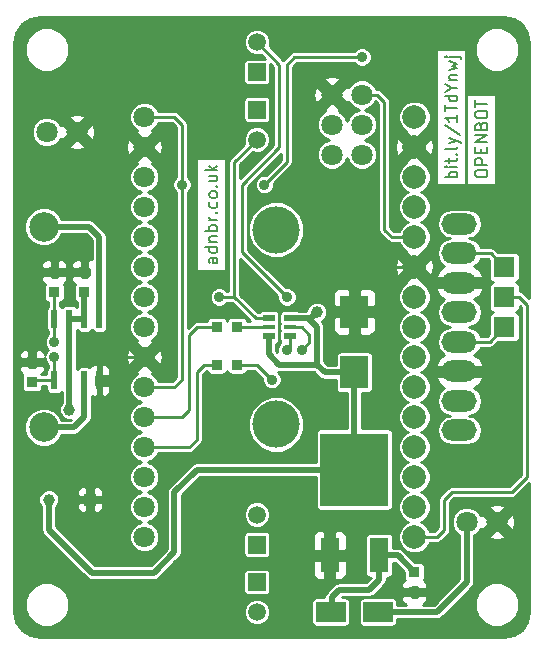
<source format=gtl>
G04 #@! TF.FileFunction,Copper,L1,Top,Signal*
%FSLAX46Y46*%
G04 Gerber Fmt 4.6, Leading zero omitted, Abs format (unit mm)*
G04 Created by KiCad (PCBNEW 4.0.1-stable) date 27/02/2016 21:34:42*
%MOMM*%
G01*
G04 APERTURE LIST*
%ADD10C,0.150000*%
%ADD11R,5.800000X6.200000*%
%ADD12R,1.600000X3.000000*%
%ADD13R,0.600000X1.550000*%
%ADD14R,0.950000X0.950000*%
%ADD15C,2.000000*%
%ADD16C,1.800000*%
%ADD17R,1.500000X1.500000*%
%ADD18C,1.500000*%
%ADD19R,2.500000X1.700000*%
%ADD20C,1.000000*%
%ADD21R,1.000000X1.000000*%
%ADD22O,3.000000X1.800000*%
%ADD23C,4.000000*%
%ADD24C,2.500000*%
%ADD25R,2.350000X2.770000*%
%ADD26R,1.000000X0.400000*%
%ADD27R,1.000000X0.600000*%
%ADD28R,1.800000X1.800000*%
%ADD29C,0.889000*%
%ADD30C,0.500000*%
%ADD31C,0.254000*%
G04 APERTURE END LIST*
D10*
X64587381Y-69071666D02*
X64063571Y-69071666D01*
X63968333Y-69119285D01*
X63920714Y-69214523D01*
X63920714Y-69405000D01*
X63968333Y-69500238D01*
X64539762Y-69071666D02*
X64587381Y-69166904D01*
X64587381Y-69405000D01*
X64539762Y-69500238D01*
X64444524Y-69547857D01*
X64349286Y-69547857D01*
X64254048Y-69500238D01*
X64206429Y-69405000D01*
X64206429Y-69166904D01*
X64158810Y-69071666D01*
X64587381Y-68166904D02*
X63587381Y-68166904D01*
X64539762Y-68166904D02*
X64587381Y-68262142D01*
X64587381Y-68452619D01*
X64539762Y-68547857D01*
X64492143Y-68595476D01*
X64396905Y-68643095D01*
X64111190Y-68643095D01*
X64015952Y-68595476D01*
X63968333Y-68547857D01*
X63920714Y-68452619D01*
X63920714Y-68262142D01*
X63968333Y-68166904D01*
X63920714Y-67690714D02*
X64587381Y-67690714D01*
X64015952Y-67690714D02*
X63968333Y-67643095D01*
X63920714Y-67547857D01*
X63920714Y-67404999D01*
X63968333Y-67309761D01*
X64063571Y-67262142D01*
X64587381Y-67262142D01*
X64587381Y-66785952D02*
X63587381Y-66785952D01*
X63968333Y-66785952D02*
X63920714Y-66690714D01*
X63920714Y-66500237D01*
X63968333Y-66404999D01*
X64015952Y-66357380D01*
X64111190Y-66309761D01*
X64396905Y-66309761D01*
X64492143Y-66357380D01*
X64539762Y-66404999D01*
X64587381Y-66500237D01*
X64587381Y-66690714D01*
X64539762Y-66785952D01*
X64587381Y-65881190D02*
X63920714Y-65881190D01*
X64111190Y-65881190D02*
X64015952Y-65833571D01*
X63968333Y-65785952D01*
X63920714Y-65690714D01*
X63920714Y-65595475D01*
X64492143Y-65262142D02*
X64539762Y-65214523D01*
X64587381Y-65262142D01*
X64539762Y-65309761D01*
X64492143Y-65262142D01*
X64587381Y-65262142D01*
X64539762Y-64357380D02*
X64587381Y-64452618D01*
X64587381Y-64643095D01*
X64539762Y-64738333D01*
X64492143Y-64785952D01*
X64396905Y-64833571D01*
X64111190Y-64833571D01*
X64015952Y-64785952D01*
X63968333Y-64738333D01*
X63920714Y-64643095D01*
X63920714Y-64452618D01*
X63968333Y-64357380D01*
X64587381Y-63785952D02*
X64539762Y-63881190D01*
X64492143Y-63928809D01*
X64396905Y-63976428D01*
X64111190Y-63976428D01*
X64015952Y-63928809D01*
X63968333Y-63881190D01*
X63920714Y-63785952D01*
X63920714Y-63643094D01*
X63968333Y-63547856D01*
X64015952Y-63500237D01*
X64111190Y-63452618D01*
X64396905Y-63452618D01*
X64492143Y-63500237D01*
X64539762Y-63547856D01*
X64587381Y-63643094D01*
X64587381Y-63785952D01*
X64492143Y-63024047D02*
X64539762Y-62976428D01*
X64587381Y-63024047D01*
X64539762Y-63071666D01*
X64492143Y-63024047D01*
X64587381Y-63024047D01*
X63920714Y-62119285D02*
X64587381Y-62119285D01*
X63920714Y-62547857D02*
X64444524Y-62547857D01*
X64539762Y-62500238D01*
X64587381Y-62405000D01*
X64587381Y-62262142D01*
X64539762Y-62166904D01*
X64492143Y-62119285D01*
X64587381Y-61643095D02*
X63587381Y-61643095D01*
X64206429Y-61547857D02*
X64587381Y-61262142D01*
X63920714Y-61262142D02*
X64301667Y-61643095D01*
X84907381Y-62245238D02*
X83907381Y-62245238D01*
X84288333Y-62245238D02*
X84240714Y-62150000D01*
X84240714Y-61959523D01*
X84288333Y-61864285D01*
X84335952Y-61816666D01*
X84431190Y-61769047D01*
X84716905Y-61769047D01*
X84812143Y-61816666D01*
X84859762Y-61864285D01*
X84907381Y-61959523D01*
X84907381Y-62150000D01*
X84859762Y-62245238D01*
X84907381Y-61340476D02*
X84240714Y-61340476D01*
X83907381Y-61340476D02*
X83955000Y-61388095D01*
X84002619Y-61340476D01*
X83955000Y-61292857D01*
X83907381Y-61340476D01*
X84002619Y-61340476D01*
X84240714Y-61007143D02*
X84240714Y-60626191D01*
X83907381Y-60864286D02*
X84764524Y-60864286D01*
X84859762Y-60816667D01*
X84907381Y-60721429D01*
X84907381Y-60626191D01*
X84812143Y-60292857D02*
X84859762Y-60245238D01*
X84907381Y-60292857D01*
X84859762Y-60340476D01*
X84812143Y-60292857D01*
X84907381Y-60292857D01*
X84907381Y-59673810D02*
X84859762Y-59769048D01*
X84764524Y-59816667D01*
X83907381Y-59816667D01*
X84240714Y-59388095D02*
X84907381Y-59150000D01*
X84240714Y-58911904D02*
X84907381Y-59150000D01*
X85145476Y-59245238D01*
X85193095Y-59292857D01*
X85240714Y-59388095D01*
X83859762Y-57816666D02*
X85145476Y-58673809D01*
X84907381Y-56959523D02*
X84907381Y-57530952D01*
X84907381Y-57245238D02*
X83907381Y-57245238D01*
X84050238Y-57340476D01*
X84145476Y-57435714D01*
X84193095Y-57530952D01*
X83907381Y-56673809D02*
X83907381Y-56102380D01*
X84907381Y-56388095D02*
X83907381Y-56388095D01*
X84907381Y-55340475D02*
X83907381Y-55340475D01*
X84859762Y-55340475D02*
X84907381Y-55435713D01*
X84907381Y-55626190D01*
X84859762Y-55721428D01*
X84812143Y-55769047D01*
X84716905Y-55816666D01*
X84431190Y-55816666D01*
X84335952Y-55769047D01*
X84288333Y-55721428D01*
X84240714Y-55626190D01*
X84240714Y-55435713D01*
X84288333Y-55340475D01*
X84431190Y-54673809D02*
X84907381Y-54673809D01*
X83907381Y-55007142D02*
X84431190Y-54673809D01*
X83907381Y-54340475D01*
X84240714Y-54007142D02*
X84907381Y-54007142D01*
X84335952Y-54007142D02*
X84288333Y-53959523D01*
X84240714Y-53864285D01*
X84240714Y-53721427D01*
X84288333Y-53626189D01*
X84383571Y-53578570D01*
X84907381Y-53578570D01*
X84240714Y-53197618D02*
X84907381Y-53007142D01*
X84431190Y-52816665D01*
X84907381Y-52626189D01*
X84240714Y-52435713D01*
X84240714Y-52054761D02*
X85097857Y-52054761D01*
X85193095Y-52102380D01*
X85240714Y-52197618D01*
X85240714Y-52245237D01*
X83907381Y-52054761D02*
X83955000Y-52102380D01*
X84002619Y-52054761D01*
X83955000Y-52007142D01*
X83907381Y-52054761D01*
X84002619Y-52054761D01*
X86447381Y-62031191D02*
X86447381Y-61840714D01*
X86495000Y-61745476D01*
X86590238Y-61650238D01*
X86780714Y-61602619D01*
X87114048Y-61602619D01*
X87304524Y-61650238D01*
X87399762Y-61745476D01*
X87447381Y-61840714D01*
X87447381Y-62031191D01*
X87399762Y-62126429D01*
X87304524Y-62221667D01*
X87114048Y-62269286D01*
X86780714Y-62269286D01*
X86590238Y-62221667D01*
X86495000Y-62126429D01*
X86447381Y-62031191D01*
X87447381Y-61174048D02*
X86447381Y-61174048D01*
X86447381Y-60793095D01*
X86495000Y-60697857D01*
X86542619Y-60650238D01*
X86637857Y-60602619D01*
X86780714Y-60602619D01*
X86875952Y-60650238D01*
X86923571Y-60697857D01*
X86971190Y-60793095D01*
X86971190Y-61174048D01*
X86923571Y-60174048D02*
X86923571Y-59840714D01*
X87447381Y-59697857D02*
X87447381Y-60174048D01*
X86447381Y-60174048D01*
X86447381Y-59697857D01*
X87447381Y-59269286D02*
X86447381Y-59269286D01*
X87447381Y-58697857D01*
X86447381Y-58697857D01*
X86923571Y-57888333D02*
X86971190Y-57745476D01*
X87018810Y-57697857D01*
X87114048Y-57650238D01*
X87256905Y-57650238D01*
X87352143Y-57697857D01*
X87399762Y-57745476D01*
X87447381Y-57840714D01*
X87447381Y-58221667D01*
X86447381Y-58221667D01*
X86447381Y-57888333D01*
X86495000Y-57793095D01*
X86542619Y-57745476D01*
X86637857Y-57697857D01*
X86733095Y-57697857D01*
X86828333Y-57745476D01*
X86875952Y-57793095D01*
X86923571Y-57888333D01*
X86923571Y-58221667D01*
X86447381Y-57031191D02*
X86447381Y-56840714D01*
X86495000Y-56745476D01*
X86590238Y-56650238D01*
X86780714Y-56602619D01*
X87114048Y-56602619D01*
X87304524Y-56650238D01*
X87399762Y-56745476D01*
X87447381Y-56840714D01*
X87447381Y-57031191D01*
X87399762Y-57126429D01*
X87304524Y-57221667D01*
X87114048Y-57269286D01*
X86780714Y-57269286D01*
X86590238Y-57221667D01*
X86495000Y-57126429D01*
X86447381Y-57031191D01*
X86447381Y-56316905D02*
X86447381Y-55745476D01*
X87447381Y-56031191D02*
X86447381Y-56031191D01*
D11*
X76200000Y-86995000D03*
D12*
X78300000Y-94250000D03*
X74100000Y-94250000D03*
D13*
X54610000Y-74235000D03*
X53340000Y-74235000D03*
X52070000Y-74235000D03*
X50800000Y-74235000D03*
X50800000Y-79435000D03*
X52070000Y-79435000D03*
X53340000Y-79435000D03*
X54610000Y-79435000D03*
D14*
X66255000Y-78105000D03*
X64555000Y-78105000D03*
X66255000Y-74930000D03*
X64555000Y-74930000D03*
X50800000Y-70270000D03*
X50800000Y-71970000D03*
X48895000Y-77890000D03*
X48895000Y-79590000D03*
D15*
X81280000Y-92710000D03*
X81280000Y-90170000D03*
X81280000Y-87630000D03*
X81280000Y-85090000D03*
X81280000Y-82550000D03*
X81280000Y-80010000D03*
X81280000Y-77470000D03*
X81280000Y-74930000D03*
X81280000Y-72390000D03*
X81280000Y-69850000D03*
X81280000Y-67310000D03*
X81280000Y-64770000D03*
X81280000Y-62230000D03*
X81280000Y-59690000D03*
X81280000Y-57150000D03*
D16*
X58420000Y-57150000D03*
X58420000Y-59690000D03*
X58420000Y-62230000D03*
X58420000Y-64770000D03*
X58420000Y-67310000D03*
X58420000Y-69850000D03*
X58420000Y-72390000D03*
X58420000Y-74930000D03*
X58420000Y-77470000D03*
X58420000Y-80010000D03*
X58420000Y-82550000D03*
X58420000Y-85090000D03*
X58420000Y-87630000D03*
X58420000Y-90170000D03*
X58420000Y-92710000D03*
D17*
X67945000Y-56515000D03*
D18*
X67945000Y-59055000D03*
D17*
X67945000Y-53340000D03*
D18*
X67945000Y-50800000D03*
D17*
X67945000Y-96520000D03*
D18*
X67945000Y-99060000D03*
D17*
X67945000Y-93345000D03*
D18*
X67945000Y-90805000D03*
D19*
X78200000Y-99060000D03*
X74200000Y-99060000D03*
D16*
X85725000Y-91440000D03*
X88265000Y-91440000D03*
X50165000Y-58420000D03*
X52705000Y-58420000D03*
D20*
X50320000Y-89535000D03*
D21*
X53820000Y-89535000D03*
D14*
X81280000Y-97370000D03*
X81280000Y-95670000D03*
D22*
X85090000Y-73680000D03*
X85090000Y-76180000D03*
X85090000Y-78680000D03*
X85090000Y-71180000D03*
X85090000Y-68680000D03*
X85090000Y-81180000D03*
X85090000Y-83680000D03*
X85090000Y-66180000D03*
D23*
X69590000Y-83180000D03*
X69590000Y-66680000D03*
D24*
X49890000Y-83430000D03*
X49890000Y-66430000D03*
D14*
X53340000Y-70270000D03*
X53340000Y-71970000D03*
D25*
X76200000Y-78770000D03*
X76200000Y-73630000D03*
D26*
X70750000Y-74930000D03*
X68950000Y-74930000D03*
D27*
X70750000Y-75680000D03*
X68950000Y-74180000D03*
X70750000Y-74180000D03*
X68950000Y-75680000D03*
D16*
X76835000Y-55245000D03*
X76835000Y-57785000D03*
X76835000Y-60325000D03*
X74295000Y-60325000D03*
X74295000Y-57785000D03*
X74295000Y-55245000D03*
D28*
X88900000Y-74930000D03*
X88900000Y-72390000D03*
X88900000Y-69850000D03*
D20*
X52070000Y-81915000D03*
X73025000Y-73660000D03*
D29*
X61595000Y-62865000D03*
X68580000Y-62865000D03*
X76835000Y-52070000D03*
X78105000Y-82550000D03*
X48895000Y-74295000D03*
X53340000Y-67945000D03*
X76200000Y-94615000D03*
X88265000Y-87630000D03*
X83820000Y-96520000D03*
X50800000Y-76200000D03*
X50800000Y-77470000D03*
X69215000Y-79375000D03*
X71755000Y-76835000D03*
X64770000Y-72390000D03*
X70485000Y-72390000D03*
X70485000Y-76835000D03*
D30*
X52070000Y-81915000D02*
X52070000Y-79435000D01*
X50320000Y-89535000D02*
X50320000Y-92075000D01*
X50320000Y-92075000D02*
X53975000Y-95730000D01*
X62865000Y-86995000D02*
X76200000Y-86995000D01*
X59210000Y-95730000D02*
X53975000Y-95730000D01*
X60960000Y-93980000D02*
X59210000Y-95730000D01*
X60960000Y-88900000D02*
X60960000Y-93980000D01*
X62865000Y-86995000D02*
X60960000Y-88900000D01*
X72505000Y-74180000D02*
X72275000Y-74180000D01*
X73025000Y-73660000D02*
X72505000Y-74180000D01*
X52070000Y-74235000D02*
X52070000Y-79435000D01*
X53340000Y-74235000D02*
X53340000Y-71970000D01*
X52070000Y-74235000D02*
X53340000Y-74235000D01*
X76200000Y-78770000D02*
X76200000Y-86995000D01*
X68950000Y-75680000D02*
X68950000Y-77205000D01*
X69850000Y-78105000D02*
X73025000Y-78105000D01*
X68950000Y-77205000D02*
X69850000Y-78105000D01*
X70750000Y-74180000D02*
X72275000Y-74180000D01*
X73690000Y-78770000D02*
X76200000Y-78770000D01*
X73025000Y-78105000D02*
X73690000Y-78770000D01*
X73025000Y-74930000D02*
X73025000Y-78105000D01*
X72275000Y-74180000D02*
X73025000Y-74930000D01*
X54610000Y-74235000D02*
X54610000Y-67310000D01*
X53730000Y-66430000D02*
X49890000Y-66430000D01*
X54610000Y-67310000D02*
X53730000Y-66430000D01*
X49890000Y-83430000D02*
X52460000Y-83430000D01*
X53340000Y-82550000D02*
X53340000Y-79435000D01*
X52460000Y-83430000D02*
X53340000Y-82550000D01*
D31*
X70485000Y-60960000D02*
X68580000Y-62865000D01*
X70485000Y-52705000D02*
X70485000Y-60960000D01*
X71120000Y-52070000D02*
X70485000Y-52705000D01*
X71755000Y-52070000D02*
X71120000Y-52070000D01*
X76835000Y-52070000D02*
X71755000Y-52070000D01*
X58420000Y-80010000D02*
X60960000Y-80010000D01*
X60960000Y-80010000D02*
X61595000Y-79375000D01*
X61595000Y-79375000D02*
X61595000Y-62865000D01*
X60960000Y-57150000D02*
X58420000Y-57150000D01*
X61595000Y-62865000D02*
X61595000Y-57785000D01*
X61595000Y-57785000D02*
X60960000Y-57150000D01*
X76835000Y-55245000D02*
X78105000Y-55245000D01*
X79375000Y-67310000D02*
X81280000Y-67310000D01*
X78740000Y-66675000D02*
X79375000Y-67310000D01*
X78740000Y-55880000D02*
X78740000Y-66675000D01*
X78105000Y-55245000D02*
X78740000Y-55880000D01*
X76200000Y-73630000D02*
X78710000Y-73630000D01*
X79375000Y-81280000D02*
X78105000Y-82550000D01*
X79375000Y-74295000D02*
X79375000Y-81280000D01*
X78710000Y-73630000D02*
X79375000Y-74295000D01*
X53340000Y-70270000D02*
X53340000Y-67945000D01*
X75835000Y-94250000D02*
X74100000Y-94250000D01*
X76200000Y-94615000D02*
X75835000Y-94250000D01*
X74295000Y-55245000D02*
X76200000Y-53340000D01*
X79375000Y-57785000D02*
X81280000Y-59690000D01*
X79375000Y-53975000D02*
X79375000Y-57785000D01*
X78740000Y-53340000D02*
X79375000Y-53975000D01*
X76200000Y-53340000D02*
X78740000Y-53340000D01*
X85090000Y-78680000D02*
X87570000Y-78680000D01*
X88265000Y-79375000D02*
X88265000Y-87630000D01*
X87570000Y-78680000D02*
X88265000Y-79375000D01*
X81280000Y-97370000D02*
X82970000Y-97370000D01*
X82970000Y-97370000D02*
X83820000Y-96520000D01*
X85090000Y-71180000D02*
X82610000Y-71180000D01*
X82610000Y-71180000D02*
X81280000Y-69850000D01*
X76200000Y-73630000D02*
X76200000Y-71120000D01*
X76200000Y-71120000D02*
X77470000Y-69850000D01*
X77470000Y-69850000D02*
X81280000Y-69850000D01*
X58420000Y-77470000D02*
X55245000Y-77470000D01*
X55245000Y-77470000D02*
X54610000Y-78105000D01*
X54610000Y-79435000D02*
X54610000Y-78105000D01*
X54610000Y-78105000D02*
X55245000Y-77470000D01*
X48895000Y-77890000D02*
X48895000Y-74295000D01*
X48895000Y-74295000D02*
X48895000Y-71120000D01*
X48895000Y-71120000D02*
X49745000Y-70270000D01*
X49745000Y-70270000D02*
X50800000Y-70270000D01*
X50800000Y-70270000D02*
X53340000Y-70270000D01*
X58420000Y-82550000D02*
X61595000Y-82550000D01*
X62865000Y-74930000D02*
X64555000Y-74930000D01*
X62230000Y-75565000D02*
X62865000Y-74930000D01*
X62230000Y-81915000D02*
X62230000Y-75565000D01*
X61595000Y-82550000D02*
X62230000Y-81915000D01*
X64555000Y-78105000D02*
X63500000Y-78105000D01*
X62230000Y-85090000D02*
X58420000Y-85090000D01*
X62865000Y-84455000D02*
X62230000Y-85090000D01*
X62865000Y-78740000D02*
X62865000Y-84455000D01*
X63500000Y-78105000D02*
X62865000Y-78740000D01*
X50800000Y-74235000D02*
X50800000Y-75565000D01*
X50800000Y-75565000D02*
X50800000Y-76200000D01*
X50800000Y-71970000D02*
X50800000Y-74235000D01*
X50800000Y-77470000D02*
X50800000Y-79435000D01*
X50800000Y-79435000D02*
X49050000Y-79435000D01*
X49050000Y-79435000D02*
X48895000Y-79590000D01*
X88900000Y-72390000D02*
X90170000Y-72390000D01*
X83185000Y-92710000D02*
X81280000Y-92710000D01*
X83820000Y-92075000D02*
X83185000Y-92710000D01*
X83820000Y-89535000D02*
X83820000Y-92075000D01*
X84455000Y-88900000D02*
X83820000Y-89535000D01*
X89535000Y-88900000D02*
X84455000Y-88900000D01*
X90805000Y-87630000D02*
X89535000Y-88900000D01*
X90805000Y-73025000D02*
X90805000Y-87630000D01*
X90170000Y-72390000D02*
X90805000Y-73025000D01*
X70750000Y-74930000D02*
X71755000Y-74930000D01*
X67945000Y-78105000D02*
X66255000Y-78105000D01*
X69215000Y-79375000D02*
X67945000Y-78105000D01*
X72390000Y-76200000D02*
X71755000Y-76835000D01*
X72390000Y-75565000D02*
X72390000Y-76200000D01*
X71755000Y-74930000D02*
X72390000Y-75565000D01*
X66255000Y-74930000D02*
X68950000Y-74930000D01*
D30*
X78300000Y-94250000D02*
X79860000Y-94250000D01*
X79860000Y-94250000D02*
X81280000Y-95670000D01*
X78300000Y-94250000D02*
X78300000Y-96325000D01*
X74295000Y-98965000D02*
X74200000Y-99060000D01*
X74295000Y-97790000D02*
X74295000Y-98965000D01*
X74930000Y-97155000D02*
X74295000Y-97790000D01*
X77470000Y-97155000D02*
X74930000Y-97155000D01*
X78300000Y-96325000D02*
X77470000Y-97155000D01*
D31*
X66040000Y-72390000D02*
X64770000Y-72390000D01*
X68950000Y-74180000D02*
X67830000Y-74180000D01*
X66040000Y-60960000D02*
X67945000Y-59055000D01*
X66040000Y-72390000D02*
X66040000Y-60960000D01*
X67830000Y-74180000D02*
X66040000Y-72390000D01*
X85090000Y-68680000D02*
X87730000Y-68680000D01*
X87730000Y-68680000D02*
X88900000Y-69850000D01*
X69850000Y-52705000D02*
X67945000Y-50800000D01*
X69850000Y-59690000D02*
X69850000Y-52705000D01*
X66675000Y-62865000D02*
X69850000Y-59690000D01*
X66675000Y-68580000D02*
X66675000Y-62865000D01*
X70485000Y-72390000D02*
X66675000Y-68580000D01*
X70750000Y-75680000D02*
X70750000Y-76570000D01*
X70750000Y-76570000D02*
X70485000Y-76835000D01*
X85090000Y-76180000D02*
X87650000Y-76180000D01*
X87650000Y-76180000D02*
X88900000Y-74930000D01*
D30*
X78200000Y-99060000D02*
X83185000Y-99060000D01*
X83185000Y-99060000D02*
X85725000Y-96520000D01*
X85725000Y-96520000D02*
X85725000Y-91440000D01*
D31*
G36*
X89703848Y-48859339D02*
X90385317Y-49314683D01*
X90840661Y-49996152D01*
X91009000Y-50842448D01*
X91009000Y-72510579D01*
X90529210Y-72030790D01*
X90364403Y-71920669D01*
X90188464Y-71885673D01*
X90188464Y-71490000D01*
X90161897Y-71348810D01*
X90078454Y-71219135D01*
X89951134Y-71132141D01*
X89894525Y-71120678D01*
X89941190Y-71111897D01*
X90070865Y-71028454D01*
X90157859Y-70901134D01*
X90188464Y-70750000D01*
X90188464Y-68950000D01*
X90161897Y-68808810D01*
X90078454Y-68679135D01*
X89951134Y-68592141D01*
X89800000Y-68561536D01*
X88329956Y-68561536D01*
X88089210Y-68320790D01*
X87924403Y-68210669D01*
X87730000Y-68172000D01*
X86898459Y-68172000D01*
X86632655Y-67774196D01*
X86217068Y-67496510D01*
X85882699Y-67430000D01*
X86217068Y-67363490D01*
X86632655Y-67085804D01*
X86910341Y-66670217D01*
X87007851Y-66180000D01*
X86910341Y-65689783D01*
X86632655Y-65274196D01*
X86217068Y-64996510D01*
X85726851Y-64899000D01*
X84453149Y-64899000D01*
X83962932Y-64996510D01*
X83547345Y-65274196D01*
X83269659Y-65689783D01*
X83172149Y-66180000D01*
X83269659Y-66670217D01*
X83547345Y-67085804D01*
X83962932Y-67363490D01*
X84297301Y-67430000D01*
X83962932Y-67496510D01*
X83547345Y-67774196D01*
X83269659Y-68189783D01*
X83172149Y-68680000D01*
X83269659Y-69170217D01*
X83547345Y-69585804D01*
X83815392Y-69764907D01*
X83359484Y-70078044D01*
X83077690Y-70578663D01*
X83165260Y-70807000D01*
X84717000Y-70807000D01*
X84717000Y-70787000D01*
X85463000Y-70787000D01*
X85463000Y-70807000D01*
X87014740Y-70807000D01*
X87102310Y-70578663D01*
X86820516Y-70078044D01*
X86364608Y-69764907D01*
X86632655Y-69585804D01*
X86898459Y-69188000D01*
X87519580Y-69188000D01*
X87611536Y-69279956D01*
X87611536Y-70750000D01*
X87638103Y-70891190D01*
X87721546Y-71020865D01*
X87848866Y-71107859D01*
X87905475Y-71119322D01*
X87858810Y-71128103D01*
X87729135Y-71211546D01*
X87642141Y-71338866D01*
X87611536Y-71490000D01*
X87611536Y-73290000D01*
X87638103Y-73431190D01*
X87721546Y-73560865D01*
X87848866Y-73647859D01*
X87905475Y-73659322D01*
X87858810Y-73668103D01*
X87729135Y-73751546D01*
X87642141Y-73878866D01*
X87611536Y-74030000D01*
X87611536Y-75500044D01*
X87439580Y-75672000D01*
X86898459Y-75672000D01*
X86632655Y-75274196D01*
X86217068Y-74996510D01*
X85882699Y-74930000D01*
X86217068Y-74863490D01*
X86632655Y-74585804D01*
X86910341Y-74170217D01*
X87007851Y-73680000D01*
X86910341Y-73189783D01*
X86632655Y-72774196D01*
X86364608Y-72595093D01*
X86820516Y-72281956D01*
X87102310Y-71781337D01*
X87014740Y-71553000D01*
X85463000Y-71553000D01*
X85463000Y-71573000D01*
X84717000Y-71573000D01*
X84717000Y-71553000D01*
X83165260Y-71553000D01*
X83077690Y-71781337D01*
X83359484Y-72281956D01*
X83815392Y-72595093D01*
X83547345Y-72774196D01*
X83269659Y-73189783D01*
X83172149Y-73680000D01*
X83269659Y-74170217D01*
X83547345Y-74585804D01*
X83962932Y-74863490D01*
X84297301Y-74930000D01*
X83962932Y-74996510D01*
X83547345Y-75274196D01*
X83269659Y-75689783D01*
X83172149Y-76180000D01*
X83269659Y-76670217D01*
X83547345Y-77085804D01*
X83815392Y-77264907D01*
X83359484Y-77578044D01*
X83077690Y-78078663D01*
X83165260Y-78307000D01*
X84717000Y-78307000D01*
X84717000Y-78287000D01*
X85463000Y-78287000D01*
X85463000Y-78307000D01*
X87014740Y-78307000D01*
X87102310Y-78078663D01*
X86820516Y-77578044D01*
X86364608Y-77264907D01*
X86632655Y-77085804D01*
X86898459Y-76688000D01*
X87650000Y-76688000D01*
X87844403Y-76649331D01*
X88009210Y-76539210D01*
X88329956Y-76218464D01*
X89800000Y-76218464D01*
X89941190Y-76191897D01*
X90070865Y-76108454D01*
X90157859Y-75981134D01*
X90188464Y-75830000D01*
X90188464Y-74030000D01*
X90161897Y-73888810D01*
X90078454Y-73759135D01*
X89951134Y-73672141D01*
X89894525Y-73660678D01*
X89941190Y-73651897D01*
X90070865Y-73568454D01*
X90157859Y-73441134D01*
X90188464Y-73290000D01*
X90188464Y-73126885D01*
X90297000Y-73235421D01*
X90297000Y-87419580D01*
X89324580Y-88392000D01*
X84455000Y-88392000D01*
X84260597Y-88430669D01*
X84095790Y-88540789D01*
X83460790Y-89175790D01*
X83350669Y-89340597D01*
X83312000Y-89535000D01*
X83312000Y-91864579D01*
X82974580Y-92202000D01*
X82564342Y-92202000D01*
X82451437Y-91928749D01*
X82063295Y-91539928D01*
X81822676Y-91440015D01*
X82061251Y-91341437D01*
X82450072Y-90953295D01*
X82660759Y-90445903D01*
X82661239Y-89896507D01*
X82451437Y-89388749D01*
X82063295Y-88999928D01*
X81822676Y-88900015D01*
X82061251Y-88801437D01*
X82450072Y-88413295D01*
X82660759Y-87905903D01*
X82661239Y-87356507D01*
X82451437Y-86848749D01*
X82063295Y-86459928D01*
X81822676Y-86360015D01*
X82061251Y-86261437D01*
X82450072Y-85873295D01*
X82660759Y-85365903D01*
X82661239Y-84816507D01*
X82451437Y-84308749D01*
X82063295Y-83919928D01*
X81822676Y-83820015D01*
X82061251Y-83721437D01*
X82450072Y-83333295D01*
X82660759Y-82825903D01*
X82661239Y-82276507D01*
X82451437Y-81768749D01*
X82063295Y-81379928D01*
X81822676Y-81280015D01*
X82061251Y-81181437D01*
X82450072Y-80793295D01*
X82660759Y-80285903D01*
X82661239Y-79736507D01*
X82473166Y-79281337D01*
X83077690Y-79281337D01*
X83359484Y-79781956D01*
X83815392Y-80095093D01*
X83547345Y-80274196D01*
X83269659Y-80689783D01*
X83172149Y-81180000D01*
X83269659Y-81670217D01*
X83547345Y-82085804D01*
X83962932Y-82363490D01*
X84297301Y-82430000D01*
X83962932Y-82496510D01*
X83547345Y-82774196D01*
X83269659Y-83189783D01*
X83172149Y-83680000D01*
X83269659Y-84170217D01*
X83547345Y-84585804D01*
X83962932Y-84863490D01*
X84453149Y-84961000D01*
X85726851Y-84961000D01*
X86217068Y-84863490D01*
X86632655Y-84585804D01*
X86910341Y-84170217D01*
X87007851Y-83680000D01*
X86910341Y-83189783D01*
X86632655Y-82774196D01*
X86217068Y-82496510D01*
X85882699Y-82430000D01*
X86217068Y-82363490D01*
X86632655Y-82085804D01*
X86910341Y-81670217D01*
X87007851Y-81180000D01*
X86910341Y-80689783D01*
X86632655Y-80274196D01*
X86364608Y-80095093D01*
X86820516Y-79781956D01*
X87102310Y-79281337D01*
X87014740Y-79053000D01*
X85463000Y-79053000D01*
X85463000Y-79073000D01*
X84717000Y-79073000D01*
X84717000Y-79053000D01*
X83165260Y-79053000D01*
X83077690Y-79281337D01*
X82473166Y-79281337D01*
X82451437Y-79228749D01*
X82063295Y-78839928D01*
X81822676Y-78740015D01*
X82061251Y-78641437D01*
X82450072Y-78253295D01*
X82660759Y-77745903D01*
X82661239Y-77196507D01*
X82451437Y-76688749D01*
X82063295Y-76299928D01*
X81822676Y-76200015D01*
X82061251Y-76101437D01*
X82450072Y-75713295D01*
X82660759Y-75205903D01*
X82661239Y-74656507D01*
X82451437Y-74148749D01*
X82063295Y-73759928D01*
X81822676Y-73660015D01*
X82061251Y-73561437D01*
X82450072Y-73173295D01*
X82660759Y-72665903D01*
X82661239Y-72116507D01*
X82451437Y-71608749D01*
X82063295Y-71219928D01*
X82022219Y-71202872D01*
X82049638Y-71147140D01*
X81280000Y-70377502D01*
X80510362Y-71147140D01*
X80537603Y-71202509D01*
X80498749Y-71218563D01*
X80109928Y-71606705D01*
X79899241Y-72114097D01*
X79898761Y-72663493D01*
X80108563Y-73171251D01*
X80496705Y-73560072D01*
X80737324Y-73659985D01*
X80498749Y-73758563D01*
X80109928Y-74146705D01*
X79899241Y-74654097D01*
X79898761Y-75203493D01*
X80108563Y-75711251D01*
X80496705Y-76100072D01*
X80737324Y-76199985D01*
X80498749Y-76298563D01*
X80109928Y-76686705D01*
X79899241Y-77194097D01*
X79898761Y-77743493D01*
X80108563Y-78251251D01*
X80496705Y-78640072D01*
X80737324Y-78739985D01*
X80498749Y-78838563D01*
X80109928Y-79226705D01*
X79899241Y-79734097D01*
X79898761Y-80283493D01*
X80108563Y-80791251D01*
X80496705Y-81180072D01*
X80737324Y-81279985D01*
X80498749Y-81378563D01*
X80109928Y-81766705D01*
X79899241Y-82274097D01*
X79898761Y-82823493D01*
X80108563Y-83331251D01*
X80496705Y-83720072D01*
X80737324Y-83819985D01*
X80498749Y-83918563D01*
X80109928Y-84306705D01*
X79899241Y-84814097D01*
X79898761Y-85363493D01*
X80108563Y-85871251D01*
X80496705Y-86260072D01*
X80737324Y-86359985D01*
X80498749Y-86458563D01*
X80109928Y-86846705D01*
X79899241Y-87354097D01*
X79898761Y-87903493D01*
X80108563Y-88411251D01*
X80496705Y-88800072D01*
X80737324Y-88899985D01*
X80498749Y-88998563D01*
X80109928Y-89386705D01*
X79899241Y-89894097D01*
X79898761Y-90443493D01*
X80108563Y-90951251D01*
X80496705Y-91340072D01*
X80737324Y-91439985D01*
X80498749Y-91538563D01*
X80109928Y-91926705D01*
X79899241Y-92434097D01*
X79898761Y-92983493D01*
X80108563Y-93491251D01*
X80496705Y-93880072D01*
X81004097Y-94090759D01*
X81553493Y-94091239D01*
X82061251Y-93881437D01*
X82450072Y-93493295D01*
X82564384Y-93218000D01*
X83185000Y-93218000D01*
X83379403Y-93179331D01*
X83544210Y-93069210D01*
X84179211Y-92434210D01*
X84289331Y-92269403D01*
X84328000Y-92075000D01*
X84328000Y-89745420D01*
X84665421Y-89408000D01*
X89535000Y-89408000D01*
X89729403Y-89369331D01*
X89894210Y-89259210D01*
X91009000Y-88144420D01*
X91009000Y-99017552D01*
X90840661Y-99863848D01*
X90385317Y-100545317D01*
X89703848Y-101000661D01*
X88857552Y-101169000D01*
X49572448Y-101169000D01*
X48726152Y-101000661D01*
X48044683Y-100545317D01*
X47589339Y-99863848D01*
X47421000Y-99017552D01*
X47421000Y-98797513D01*
X48283674Y-98797513D01*
X48569436Y-99489109D01*
X49098108Y-100018704D01*
X49789204Y-100305673D01*
X50537513Y-100306326D01*
X51229109Y-100020564D01*
X51758704Y-99491892D01*
X51845035Y-99283983D01*
X66813804Y-99283983D01*
X66985625Y-99699823D01*
X67303503Y-100018256D01*
X67719043Y-100190804D01*
X68168983Y-100191196D01*
X68584823Y-100019375D01*
X68903256Y-99701497D01*
X69075804Y-99285957D01*
X69076196Y-98836017D01*
X68904375Y-98420177D01*
X68694565Y-98210000D01*
X72561536Y-98210000D01*
X72561536Y-99910000D01*
X72588103Y-100051190D01*
X72671546Y-100180865D01*
X72798866Y-100267859D01*
X72950000Y-100298464D01*
X75450000Y-100298464D01*
X75591190Y-100271897D01*
X75720865Y-100188454D01*
X75807859Y-100061134D01*
X75838464Y-99910000D01*
X75838464Y-98210000D01*
X76561536Y-98210000D01*
X76561536Y-99910000D01*
X76588103Y-100051190D01*
X76671546Y-100180865D01*
X76798866Y-100267859D01*
X76950000Y-100298464D01*
X79450000Y-100298464D01*
X79591190Y-100271897D01*
X79720865Y-100188454D01*
X79807859Y-100061134D01*
X79838464Y-99910000D01*
X79838464Y-99691000D01*
X83185000Y-99691000D01*
X83426473Y-99642968D01*
X83631184Y-99506184D01*
X84339855Y-98797513D01*
X86383674Y-98797513D01*
X86669436Y-99489109D01*
X87198108Y-100018704D01*
X87889204Y-100305673D01*
X88637513Y-100306326D01*
X89329109Y-100020564D01*
X89858704Y-99491892D01*
X90145673Y-98800796D01*
X90146326Y-98052487D01*
X89860564Y-97360891D01*
X89331892Y-96831296D01*
X88640796Y-96544327D01*
X87892487Y-96543674D01*
X87200891Y-96829436D01*
X86671296Y-97358108D01*
X86384327Y-98049204D01*
X86383674Y-98797513D01*
X84339855Y-98797513D01*
X86171184Y-96966185D01*
X86307968Y-96761474D01*
X86318442Y-96708815D01*
X86356000Y-96520000D01*
X86356000Y-92662555D01*
X87569947Y-92662555D01*
X87673345Y-92888929D01*
X88272863Y-93005052D01*
X88856655Y-92888929D01*
X88960053Y-92662555D01*
X88265000Y-91967502D01*
X87569947Y-92662555D01*
X86356000Y-92662555D01*
X86356000Y-92565320D01*
X86449680Y-92526612D01*
X86810345Y-92166575D01*
X86858350Y-92050966D01*
X87042445Y-92135053D01*
X87737498Y-91440000D01*
X88792502Y-91440000D01*
X89487555Y-92135053D01*
X89713929Y-92031655D01*
X89830052Y-91432137D01*
X89713929Y-90848345D01*
X89487555Y-90744947D01*
X88792502Y-91440000D01*
X87737498Y-91440000D01*
X87042445Y-90744947D01*
X86858558Y-90828939D01*
X86811612Y-90715320D01*
X86451575Y-90354655D01*
X86121138Y-90217445D01*
X87569947Y-90217445D01*
X88265000Y-90912498D01*
X88960053Y-90217445D01*
X88856655Y-89991071D01*
X88257137Y-89874948D01*
X87673345Y-89991071D01*
X87569947Y-90217445D01*
X86121138Y-90217445D01*
X85980924Y-90159223D01*
X85471311Y-90158778D01*
X85000320Y-90353388D01*
X84639655Y-90713425D01*
X84444223Y-91184076D01*
X84443778Y-91693689D01*
X84638388Y-92164680D01*
X84998425Y-92525345D01*
X85094000Y-92565031D01*
X85094000Y-96258631D01*
X82923632Y-98429000D01*
X82004435Y-98429000D01*
X82114699Y-98383327D01*
X82293327Y-98204698D01*
X82390000Y-97971309D01*
X82390000Y-97766250D01*
X82231250Y-97607500D01*
X81517500Y-97607500D01*
X81517500Y-97763000D01*
X81042500Y-97763000D01*
X81042500Y-97607500D01*
X80328750Y-97607500D01*
X80170000Y-97766250D01*
X80170000Y-97971309D01*
X80266673Y-98204698D01*
X80445301Y-98383327D01*
X80555565Y-98429000D01*
X79838464Y-98429000D01*
X79838464Y-98210000D01*
X79811897Y-98068810D01*
X79728454Y-97939135D01*
X79601134Y-97852141D01*
X79450000Y-97821536D01*
X76950000Y-97821536D01*
X76808810Y-97848103D01*
X76679135Y-97931546D01*
X76592141Y-98058866D01*
X76561536Y-98210000D01*
X75838464Y-98210000D01*
X75811897Y-98068810D01*
X75728454Y-97939135D01*
X75601134Y-97852141D01*
X75450000Y-97821536D01*
X75155833Y-97821536D01*
X75191369Y-97786000D01*
X77470000Y-97786000D01*
X77711473Y-97737968D01*
X77916184Y-97601184D01*
X78746184Y-96771185D01*
X78882968Y-96566474D01*
X78911416Y-96423454D01*
X78931000Y-96325000D01*
X78931000Y-96138464D01*
X79100000Y-96138464D01*
X79241190Y-96111897D01*
X79370865Y-96028454D01*
X79457859Y-95901134D01*
X79488464Y-95750000D01*
X79488464Y-94881000D01*
X79598632Y-94881000D01*
X80416536Y-95698905D01*
X80416536Y-96145000D01*
X80443103Y-96286190D01*
X80479375Y-96342559D01*
X80445301Y-96356673D01*
X80266673Y-96535302D01*
X80170000Y-96768691D01*
X80170000Y-96973750D01*
X80328750Y-97132500D01*
X81042500Y-97132500D01*
X81042500Y-96977000D01*
X81517500Y-96977000D01*
X81517500Y-97132500D01*
X82231250Y-97132500D01*
X82390000Y-96973750D01*
X82390000Y-96768691D01*
X82293327Y-96535302D01*
X82114699Y-96356673D01*
X82081025Y-96342725D01*
X82112859Y-96296134D01*
X82143464Y-96145000D01*
X82143464Y-95195000D01*
X82116897Y-95053810D01*
X82033454Y-94924135D01*
X81906134Y-94837141D01*
X81755000Y-94806536D01*
X81308905Y-94806536D01*
X80306184Y-93803816D01*
X80101473Y-93667032D01*
X79860000Y-93619000D01*
X79488464Y-93619000D01*
X79488464Y-92750000D01*
X79461897Y-92608810D01*
X79378454Y-92479135D01*
X79251134Y-92392141D01*
X79100000Y-92361536D01*
X77500000Y-92361536D01*
X77358810Y-92388103D01*
X77229135Y-92471546D01*
X77142141Y-92598866D01*
X77111536Y-92750000D01*
X77111536Y-95750000D01*
X77138103Y-95891190D01*
X77221546Y-96020865D01*
X77348866Y-96107859D01*
X77500000Y-96138464D01*
X77594167Y-96138464D01*
X77208632Y-96524000D01*
X74930000Y-96524000D01*
X74688527Y-96572032D01*
X74483816Y-96708815D01*
X73848816Y-97343816D01*
X73712032Y-97548527D01*
X73664000Y-97790000D01*
X73664000Y-97821536D01*
X72950000Y-97821536D01*
X72808810Y-97848103D01*
X72679135Y-97931546D01*
X72592141Y-98058866D01*
X72561536Y-98210000D01*
X68694565Y-98210000D01*
X68586497Y-98101744D01*
X68170957Y-97929196D01*
X67721017Y-97928804D01*
X67305177Y-98100625D01*
X66986744Y-98418503D01*
X66814196Y-98834043D01*
X66813804Y-99283983D01*
X51845035Y-99283983D01*
X52045673Y-98800796D01*
X52046326Y-98052487D01*
X51760564Y-97360891D01*
X51231892Y-96831296D01*
X50540796Y-96544327D01*
X49792487Y-96543674D01*
X49100891Y-96829436D01*
X48571296Y-97358108D01*
X48284327Y-98049204D01*
X48283674Y-98797513D01*
X47421000Y-98797513D01*
X47421000Y-89709473D01*
X49438847Y-89709473D01*
X49572689Y-90033395D01*
X49689000Y-90149909D01*
X49689000Y-92075000D01*
X49716186Y-92211673D01*
X49737032Y-92316473D01*
X49873816Y-92521184D01*
X53528816Y-96176185D01*
X53733527Y-96312968D01*
X53975000Y-96361000D01*
X59210000Y-96361000D01*
X59451473Y-96312968D01*
X59656184Y-96176184D01*
X60062368Y-95770000D01*
X66806536Y-95770000D01*
X66806536Y-97270000D01*
X66833103Y-97411190D01*
X66916546Y-97540865D01*
X67043866Y-97627859D01*
X67195000Y-97658464D01*
X68695000Y-97658464D01*
X68836190Y-97631897D01*
X68965865Y-97548454D01*
X69052859Y-97421134D01*
X69083464Y-97270000D01*
X69083464Y-95770000D01*
X69056897Y-95628810D01*
X68973454Y-95499135D01*
X68846134Y-95412141D01*
X68695000Y-95381536D01*
X67195000Y-95381536D01*
X67053810Y-95408103D01*
X66924135Y-95491546D01*
X66837141Y-95618866D01*
X66806536Y-95770000D01*
X60062368Y-95770000D01*
X61050618Y-94781750D01*
X72665000Y-94781750D01*
X72665000Y-95876309D01*
X72761673Y-96109698D01*
X72940301Y-96288327D01*
X73173690Y-96385000D01*
X73568250Y-96385000D01*
X73727000Y-96226250D01*
X73727000Y-94623000D01*
X74473000Y-94623000D01*
X74473000Y-96226250D01*
X74631750Y-96385000D01*
X75026310Y-96385000D01*
X75259699Y-96288327D01*
X75438327Y-96109698D01*
X75535000Y-95876309D01*
X75535000Y-94781750D01*
X75376250Y-94623000D01*
X74473000Y-94623000D01*
X73727000Y-94623000D01*
X72823750Y-94623000D01*
X72665000Y-94781750D01*
X61050618Y-94781750D01*
X61406185Y-94426184D01*
X61542968Y-94221473D01*
X61591000Y-93980000D01*
X61591000Y-92595000D01*
X66806536Y-92595000D01*
X66806536Y-94095000D01*
X66833103Y-94236190D01*
X66916546Y-94365865D01*
X67043866Y-94452859D01*
X67195000Y-94483464D01*
X68695000Y-94483464D01*
X68836190Y-94456897D01*
X68965865Y-94373454D01*
X69052859Y-94246134D01*
X69083464Y-94095000D01*
X69083464Y-92623691D01*
X72665000Y-92623691D01*
X72665000Y-93718250D01*
X72823750Y-93877000D01*
X73727000Y-93877000D01*
X73727000Y-92273750D01*
X74473000Y-92273750D01*
X74473000Y-93877000D01*
X75376250Y-93877000D01*
X75535000Y-93718250D01*
X75535000Y-92623691D01*
X75438327Y-92390302D01*
X75259699Y-92211673D01*
X75026310Y-92115000D01*
X74631750Y-92115000D01*
X74473000Y-92273750D01*
X73727000Y-92273750D01*
X73568250Y-92115000D01*
X73173690Y-92115000D01*
X72940301Y-92211673D01*
X72761673Y-92390302D01*
X72665000Y-92623691D01*
X69083464Y-92623691D01*
X69083464Y-92595000D01*
X69056897Y-92453810D01*
X68973454Y-92324135D01*
X68846134Y-92237141D01*
X68695000Y-92206536D01*
X67195000Y-92206536D01*
X67053810Y-92233103D01*
X66924135Y-92316546D01*
X66837141Y-92443866D01*
X66806536Y-92595000D01*
X61591000Y-92595000D01*
X61591000Y-91028983D01*
X66813804Y-91028983D01*
X66985625Y-91444823D01*
X67303503Y-91763256D01*
X67719043Y-91935804D01*
X68168983Y-91936196D01*
X68584823Y-91764375D01*
X68903256Y-91446497D01*
X69075804Y-91030957D01*
X69076196Y-90581017D01*
X68904375Y-90165177D01*
X68586497Y-89846744D01*
X68170957Y-89674196D01*
X67721017Y-89673804D01*
X67305177Y-89845625D01*
X66986744Y-90163503D01*
X66814196Y-90579043D01*
X66813804Y-91028983D01*
X61591000Y-91028983D01*
X61591000Y-89161368D01*
X63126368Y-87626000D01*
X72911536Y-87626000D01*
X72911536Y-90095000D01*
X72938103Y-90236190D01*
X73021546Y-90365865D01*
X73148866Y-90452859D01*
X73300000Y-90483464D01*
X79100000Y-90483464D01*
X79241190Y-90456897D01*
X79370865Y-90373454D01*
X79457859Y-90246134D01*
X79488464Y-90095000D01*
X79488464Y-83895000D01*
X79461897Y-83753810D01*
X79378454Y-83624135D01*
X79251134Y-83537141D01*
X79100000Y-83506536D01*
X76831000Y-83506536D01*
X76831000Y-80543464D01*
X77375000Y-80543464D01*
X77516190Y-80516897D01*
X77645865Y-80433454D01*
X77732859Y-80306134D01*
X77763464Y-80155000D01*
X77763464Y-77385000D01*
X77736897Y-77243810D01*
X77653454Y-77114135D01*
X77526134Y-77027141D01*
X77375000Y-76996536D01*
X75025000Y-76996536D01*
X74883810Y-77023103D01*
X74754135Y-77106546D01*
X74667141Y-77233866D01*
X74636536Y-77385000D01*
X74636536Y-78139000D01*
X73951368Y-78139000D01*
X73656000Y-77843632D01*
X73656000Y-74930000D01*
X73607968Y-74688527D01*
X73607968Y-74688526D01*
X73471184Y-74483815D01*
X73432314Y-74444945D01*
X73523395Y-74407311D01*
X73769384Y-74161750D01*
X74390000Y-74161750D01*
X74390000Y-75141309D01*
X74486673Y-75374698D01*
X74665301Y-75553327D01*
X74898690Y-75650000D01*
X75668250Y-75650000D01*
X75827000Y-75491250D01*
X75827000Y-74003000D01*
X76573000Y-74003000D01*
X76573000Y-75491250D01*
X76731750Y-75650000D01*
X77501310Y-75650000D01*
X77734699Y-75553327D01*
X77913327Y-75374698D01*
X78010000Y-75141309D01*
X78010000Y-74161750D01*
X77851250Y-74003000D01*
X76573000Y-74003000D01*
X75827000Y-74003000D01*
X74548750Y-74003000D01*
X74390000Y-74161750D01*
X73769384Y-74161750D01*
X73771440Y-74159698D01*
X73905847Y-73836011D01*
X73906153Y-73485527D01*
X73772311Y-73161605D01*
X73524698Y-72913560D01*
X73201011Y-72779153D01*
X72850527Y-72778847D01*
X72526605Y-72912689D01*
X72278560Y-73160302D01*
X72144153Y-73483989D01*
X72144096Y-73549000D01*
X71440443Y-73549000D01*
X71401134Y-73522141D01*
X71250000Y-73491536D01*
X70250000Y-73491536D01*
X70108810Y-73518103D01*
X69979135Y-73601546D01*
X69892141Y-73728866D01*
X69861536Y-73880000D01*
X69861536Y-74480000D01*
X69885920Y-74609588D01*
X69861536Y-74730000D01*
X69861536Y-75130000D01*
X69885920Y-75259588D01*
X69861536Y-75380000D01*
X69861536Y-75980000D01*
X69888103Y-76121190D01*
X69944228Y-76208412D01*
X69785583Y-76366781D01*
X69659643Y-76670077D01*
X69659357Y-76998482D01*
X69675909Y-77038540D01*
X69581000Y-76943632D01*
X69581000Y-76343814D01*
X69591190Y-76341897D01*
X69720865Y-76258454D01*
X69807859Y-76131134D01*
X69838464Y-75980000D01*
X69838464Y-75380000D01*
X69814080Y-75250412D01*
X69838464Y-75130000D01*
X69838464Y-74730000D01*
X69814080Y-74600412D01*
X69838464Y-74480000D01*
X69838464Y-73880000D01*
X69811897Y-73738810D01*
X69728454Y-73609135D01*
X69601134Y-73522141D01*
X69450000Y-73491536D01*
X68450000Y-73491536D01*
X68308810Y-73518103D01*
X68179135Y-73601546D01*
X68130996Y-73672000D01*
X68040420Y-73672000D01*
X66548000Y-72179580D01*
X66548000Y-69171420D01*
X69659593Y-72283013D01*
X69659357Y-72553482D01*
X69784767Y-72856998D01*
X70016781Y-73089417D01*
X70320077Y-73215357D01*
X70648482Y-73215643D01*
X70951998Y-73090233D01*
X71184417Y-72858219D01*
X71310357Y-72554923D01*
X71310643Y-72226518D01*
X71266090Y-72118691D01*
X74390000Y-72118691D01*
X74390000Y-73098250D01*
X74548750Y-73257000D01*
X75827000Y-73257000D01*
X75827000Y-71768750D01*
X76573000Y-71768750D01*
X76573000Y-73257000D01*
X77851250Y-73257000D01*
X78010000Y-73098250D01*
X78010000Y-72118691D01*
X77913327Y-71885302D01*
X77734699Y-71706673D01*
X77501310Y-71610000D01*
X76731750Y-71610000D01*
X76573000Y-71768750D01*
X75827000Y-71768750D01*
X75668250Y-71610000D01*
X74898690Y-71610000D01*
X74665301Y-71706673D01*
X74486673Y-71885302D01*
X74390000Y-72118691D01*
X71266090Y-72118691D01*
X71185233Y-71923002D01*
X70953219Y-71690583D01*
X70649923Y-71564643D01*
X70377826Y-71564406D01*
X68646820Y-69833400D01*
X79613051Y-69833400D01*
X79733587Y-70472578D01*
X79746292Y-70503251D01*
X79982860Y-70619638D01*
X80752498Y-69850000D01*
X81807502Y-69850000D01*
X82577140Y-70619638D01*
X82813708Y-70503251D01*
X82946949Y-69866600D01*
X82826413Y-69227422D01*
X82813708Y-69196749D01*
X82577140Y-69080362D01*
X81807502Y-69850000D01*
X80752498Y-69850000D01*
X79982860Y-69080362D01*
X79746292Y-69196749D01*
X79613051Y-69833400D01*
X68646820Y-69833400D01*
X67183000Y-68369580D01*
X67183000Y-67151532D01*
X67208587Y-67151532D01*
X67570309Y-68026966D01*
X68239511Y-68697337D01*
X69114312Y-69060586D01*
X70061532Y-69061413D01*
X70936966Y-68699691D01*
X71607337Y-68030489D01*
X71970586Y-67155688D01*
X71971413Y-66208468D01*
X71609691Y-65333034D01*
X70940489Y-64662663D01*
X70065688Y-64299414D01*
X69118468Y-64298587D01*
X68243034Y-64660309D01*
X67572663Y-65329511D01*
X67209414Y-66204312D01*
X67208587Y-67151532D01*
X67183000Y-67151532D01*
X67183000Y-63075420D01*
X69977000Y-60281420D01*
X69977000Y-60749580D01*
X68686987Y-62039593D01*
X68416518Y-62039357D01*
X68113002Y-62164767D01*
X67880583Y-62396781D01*
X67754643Y-62700077D01*
X67754357Y-63028482D01*
X67879767Y-63331998D01*
X68111781Y-63564417D01*
X68415077Y-63690357D01*
X68743482Y-63690643D01*
X69046998Y-63565233D01*
X69279417Y-63333219D01*
X69405357Y-63029923D01*
X69405594Y-62757826D01*
X70844210Y-61319210D01*
X70954331Y-61154403D01*
X70993000Y-60960000D01*
X70993000Y-58038689D01*
X73013778Y-58038689D01*
X73208388Y-58509680D01*
X73568425Y-58870345D01*
X74013636Y-59055213D01*
X73570320Y-59238388D01*
X73209655Y-59598425D01*
X73014223Y-60069076D01*
X73013778Y-60578689D01*
X73208388Y-61049680D01*
X73568425Y-61410345D01*
X74039076Y-61605777D01*
X74548689Y-61606222D01*
X75019680Y-61411612D01*
X75380345Y-61051575D01*
X75565213Y-60606364D01*
X75748388Y-61049680D01*
X76108425Y-61410345D01*
X76579076Y-61605777D01*
X77088689Y-61606222D01*
X77559680Y-61411612D01*
X77920345Y-61051575D01*
X78115777Y-60580924D01*
X78116222Y-60071311D01*
X77921612Y-59600320D01*
X77561575Y-59239655D01*
X77116364Y-59054787D01*
X77559680Y-58871612D01*
X77920345Y-58511575D01*
X78115777Y-58040924D01*
X78116222Y-57531311D01*
X77921612Y-57060320D01*
X77561575Y-56699655D01*
X77116364Y-56514787D01*
X77559680Y-56331612D01*
X77920345Y-55971575D01*
X77976916Y-55835337D01*
X78232000Y-56090421D01*
X78232000Y-66675000D01*
X78270669Y-66869403D01*
X78380790Y-67034210D01*
X79015790Y-67669211D01*
X79180597Y-67779331D01*
X79375000Y-67818000D01*
X79995658Y-67818000D01*
X80108563Y-68091251D01*
X80496705Y-68480072D01*
X80537781Y-68497128D01*
X80510362Y-68552860D01*
X81280000Y-69322498D01*
X82049638Y-68552860D01*
X82022397Y-68497491D01*
X82061251Y-68481437D01*
X82450072Y-68093295D01*
X82660759Y-67585903D01*
X82661239Y-67036507D01*
X82451437Y-66528749D01*
X82063295Y-66139928D01*
X81822676Y-66040015D01*
X82061251Y-65941437D01*
X82450072Y-65553295D01*
X82660759Y-65045903D01*
X82661239Y-64496507D01*
X82451437Y-63988749D01*
X82063295Y-63599928D01*
X81822676Y-63500015D01*
X82061251Y-63401437D01*
X82450072Y-63013295D01*
X82660759Y-62505903D01*
X82661239Y-61956507D01*
X82451437Y-61448749D01*
X82063295Y-61059928D01*
X82022219Y-61042872D01*
X82049638Y-60987140D01*
X81280000Y-60217502D01*
X80510362Y-60987140D01*
X80537603Y-61042509D01*
X80498749Y-61058563D01*
X80109928Y-61446705D01*
X79899241Y-61954097D01*
X79898761Y-62503493D01*
X80108563Y-63011251D01*
X80496705Y-63400072D01*
X80737324Y-63499985D01*
X80498749Y-63598563D01*
X80109928Y-63986705D01*
X79899241Y-64494097D01*
X79898761Y-65043493D01*
X80108563Y-65551251D01*
X80496705Y-65940072D01*
X80737324Y-66039985D01*
X80498749Y-66138563D01*
X80109928Y-66526705D01*
X79995616Y-66802000D01*
X79585421Y-66802000D01*
X79248000Y-66464580D01*
X79248000Y-59673400D01*
X79613051Y-59673400D01*
X79733587Y-60312578D01*
X79746292Y-60343251D01*
X79982860Y-60459638D01*
X80752498Y-59690000D01*
X81807502Y-59690000D01*
X82577140Y-60459638D01*
X82813708Y-60343251D01*
X82946949Y-59706600D01*
X82826413Y-59067422D01*
X82813708Y-59036749D01*
X82577140Y-58920362D01*
X81807502Y-59690000D01*
X80752498Y-59690000D01*
X79982860Y-58920362D01*
X79746292Y-59036749D01*
X79613051Y-59673400D01*
X79248000Y-59673400D01*
X79248000Y-57423493D01*
X79898761Y-57423493D01*
X80108563Y-57931251D01*
X80496705Y-58320072D01*
X80537781Y-58337128D01*
X80510362Y-58392860D01*
X81280000Y-59162498D01*
X82049638Y-58392860D01*
X82022397Y-58337491D01*
X82061251Y-58321437D01*
X82450072Y-57933295D01*
X82660759Y-57425903D01*
X82661239Y-56876507D01*
X82451437Y-56368749D01*
X82063295Y-55979928D01*
X81555903Y-55769241D01*
X81006507Y-55768761D01*
X80498749Y-55978563D01*
X80109928Y-56366705D01*
X79899241Y-56874097D01*
X79898761Y-57423493D01*
X79248000Y-57423493D01*
X79248000Y-55880000D01*
X79209331Y-55685597D01*
X79154950Y-55604210D01*
X79099211Y-55520790D01*
X78464210Y-54885790D01*
X78299403Y-54775669D01*
X78105000Y-54737000D01*
X78011143Y-54737000D01*
X77921612Y-54520320D01*
X77561575Y-54159655D01*
X77090924Y-53964223D01*
X76581311Y-53963778D01*
X76110320Y-54158388D01*
X75749655Y-54518425D01*
X75701650Y-54634034D01*
X75517555Y-54549947D01*
X74822502Y-55245000D01*
X75517555Y-55940053D01*
X75701442Y-55856061D01*
X75748388Y-55969680D01*
X76108425Y-56330345D01*
X76553636Y-56515213D01*
X76110320Y-56698388D01*
X75749655Y-57058425D01*
X75564787Y-57503636D01*
X75381612Y-57060320D01*
X75021575Y-56699655D01*
X74905966Y-56651650D01*
X74990053Y-56467555D01*
X74295000Y-55772502D01*
X73599947Y-56467555D01*
X73683939Y-56651442D01*
X73570320Y-56698388D01*
X73209655Y-57058425D01*
X73014223Y-57529076D01*
X73013778Y-58038689D01*
X70993000Y-58038689D01*
X70993000Y-55252863D01*
X72729948Y-55252863D01*
X72846071Y-55836655D01*
X73072445Y-55940053D01*
X73767498Y-55245000D01*
X73072445Y-54549947D01*
X72846071Y-54653345D01*
X72729948Y-55252863D01*
X70993000Y-55252863D01*
X70993000Y-54022445D01*
X73599947Y-54022445D01*
X74295000Y-54717498D01*
X74990053Y-54022445D01*
X74886655Y-53796071D01*
X74287137Y-53679948D01*
X73703345Y-53796071D01*
X73599947Y-54022445D01*
X70993000Y-54022445D01*
X70993000Y-52915420D01*
X71330421Y-52578000D01*
X76175698Y-52578000D01*
X76366781Y-52769417D01*
X76670077Y-52895357D01*
X76998482Y-52895643D01*
X77301998Y-52770233D01*
X77534417Y-52538219D01*
X77660357Y-52234923D01*
X77660643Y-51906518D01*
X77535233Y-51603002D01*
X77303219Y-51370583D01*
X77279337Y-51360666D01*
X83149000Y-51360666D01*
X83149000Y-62939333D01*
X85611000Y-62939333D01*
X85611000Y-55194238D01*
X85689000Y-55194238D01*
X85689000Y-62915762D01*
X88151000Y-62915762D01*
X88151000Y-55194238D01*
X85689000Y-55194238D01*
X85611000Y-55194238D01*
X85611000Y-51807513D01*
X86383674Y-51807513D01*
X86669436Y-52499109D01*
X87198108Y-53028704D01*
X87889204Y-53315673D01*
X88637513Y-53316326D01*
X89329109Y-53030564D01*
X89858704Y-52501892D01*
X90145673Y-51810796D01*
X90146326Y-51062487D01*
X89860564Y-50370891D01*
X89331892Y-49841296D01*
X88640796Y-49554327D01*
X87892487Y-49553674D01*
X87200891Y-49839436D01*
X86671296Y-50368108D01*
X86384327Y-51059204D01*
X86383674Y-51807513D01*
X85611000Y-51807513D01*
X85611000Y-51360666D01*
X83149000Y-51360666D01*
X77279337Y-51360666D01*
X76999923Y-51244643D01*
X76671518Y-51244357D01*
X76368002Y-51369767D01*
X76175433Y-51562000D01*
X71120000Y-51562000D01*
X70925597Y-51600669D01*
X70760790Y-51710789D01*
X70167500Y-52304080D01*
X69021105Y-51157685D01*
X69075804Y-51025957D01*
X69076196Y-50576017D01*
X68904375Y-50160177D01*
X68586497Y-49841744D01*
X68170957Y-49669196D01*
X67721017Y-49668804D01*
X67305177Y-49840625D01*
X66986744Y-50158503D01*
X66814196Y-50574043D01*
X66813804Y-51023983D01*
X66985625Y-51439823D01*
X67303503Y-51758256D01*
X67719043Y-51930804D01*
X68168983Y-51931196D01*
X68302576Y-51875996D01*
X68628116Y-52201536D01*
X67195000Y-52201536D01*
X67053810Y-52228103D01*
X66924135Y-52311546D01*
X66837141Y-52438866D01*
X66806536Y-52590000D01*
X66806536Y-54090000D01*
X66833103Y-54231190D01*
X66916546Y-54360865D01*
X67043866Y-54447859D01*
X67195000Y-54478464D01*
X68695000Y-54478464D01*
X68836190Y-54451897D01*
X68965865Y-54368454D01*
X69052859Y-54241134D01*
X69083464Y-54090000D01*
X69083464Y-52656884D01*
X69342000Y-52915420D01*
X69342000Y-59479580D01*
X66548000Y-62273580D01*
X66548000Y-61170420D01*
X67587315Y-60131105D01*
X67719043Y-60185804D01*
X68168983Y-60186196D01*
X68584823Y-60014375D01*
X68903256Y-59696497D01*
X69075804Y-59280957D01*
X69076196Y-58831017D01*
X68904375Y-58415177D01*
X68586497Y-58096744D01*
X68170957Y-57924196D01*
X67721017Y-57923804D01*
X67305177Y-58095625D01*
X66986744Y-58413503D01*
X66814196Y-58829043D01*
X66813804Y-59278983D01*
X66869004Y-59412576D01*
X65680790Y-60600790D01*
X65570669Y-60765597D01*
X65532000Y-60960000D01*
X65532000Y-71882000D01*
X65429302Y-71882000D01*
X65238219Y-71690583D01*
X64934923Y-71564643D01*
X64606518Y-71564357D01*
X64303002Y-71689767D01*
X64070583Y-71921781D01*
X63944643Y-72225077D01*
X63944357Y-72553482D01*
X64069767Y-72856998D01*
X64301781Y-73089417D01*
X64605077Y-73215357D01*
X64933482Y-73215643D01*
X65236998Y-73090233D01*
X65429567Y-72898000D01*
X65829580Y-72898000D01*
X67353580Y-74422000D01*
X67112255Y-74422000D01*
X67091897Y-74313810D01*
X67008454Y-74184135D01*
X66881134Y-74097141D01*
X66730000Y-74066536D01*
X65780000Y-74066536D01*
X65638810Y-74093103D01*
X65509135Y-74176546D01*
X65422141Y-74303866D01*
X65405494Y-74386072D01*
X65391897Y-74313810D01*
X65308454Y-74184135D01*
X65181134Y-74097141D01*
X65030000Y-74066536D01*
X64080000Y-74066536D01*
X63938810Y-74093103D01*
X63809135Y-74176546D01*
X63722141Y-74303866D01*
X63698219Y-74422000D01*
X62865000Y-74422000D01*
X62670597Y-74460669D01*
X62505790Y-74570789D01*
X62103000Y-74973580D01*
X62103000Y-63524302D01*
X62294417Y-63333219D01*
X62420357Y-63029923D01*
X62420643Y-62701518D01*
X62295233Y-62398002D01*
X62103000Y-62205433D01*
X62103000Y-60615666D01*
X62829000Y-60615666D01*
X62829000Y-70194333D01*
X65291000Y-70194333D01*
X65291000Y-60615666D01*
X62829000Y-60615666D01*
X62103000Y-60615666D01*
X62103000Y-57785000D01*
X62064331Y-57590597D01*
X62027760Y-57535865D01*
X61954211Y-57425790D01*
X61319210Y-56790790D01*
X61154403Y-56680669D01*
X60960000Y-56642000D01*
X59596143Y-56642000D01*
X59506612Y-56425320D01*
X59146575Y-56064655D01*
X58675924Y-55869223D01*
X58166311Y-55868778D01*
X57695320Y-56063388D01*
X57334655Y-56423425D01*
X57139223Y-56894076D01*
X57138778Y-57403689D01*
X57333388Y-57874680D01*
X57693425Y-58235345D01*
X57809034Y-58283350D01*
X57724947Y-58467445D01*
X58420000Y-59162498D01*
X59115053Y-58467445D01*
X59031061Y-58283558D01*
X59144680Y-58236612D01*
X59505345Y-57876575D01*
X59596106Y-57658000D01*
X60749580Y-57658000D01*
X61087000Y-57995421D01*
X61087000Y-62205698D01*
X60895583Y-62396781D01*
X60769643Y-62700077D01*
X60769357Y-63028482D01*
X60894767Y-63331998D01*
X61087000Y-63524567D01*
X61087000Y-79164579D01*
X60749580Y-79502000D01*
X59596143Y-79502000D01*
X59506612Y-79285320D01*
X59146575Y-78924655D01*
X59030966Y-78876650D01*
X59115053Y-78692555D01*
X58420000Y-77997502D01*
X57724947Y-78692555D01*
X57808939Y-78876442D01*
X57695320Y-78923388D01*
X57334655Y-79283425D01*
X57139223Y-79754076D01*
X57138778Y-80263689D01*
X57333388Y-80734680D01*
X57693425Y-81095345D01*
X58138636Y-81280213D01*
X57695320Y-81463388D01*
X57334655Y-81823425D01*
X57139223Y-82294076D01*
X57138778Y-82803689D01*
X57333388Y-83274680D01*
X57693425Y-83635345D01*
X58138636Y-83820213D01*
X57695320Y-84003388D01*
X57334655Y-84363425D01*
X57139223Y-84834076D01*
X57138778Y-85343689D01*
X57333388Y-85814680D01*
X57693425Y-86175345D01*
X58138636Y-86360213D01*
X57695320Y-86543388D01*
X57334655Y-86903425D01*
X57139223Y-87374076D01*
X57138778Y-87883689D01*
X57333388Y-88354680D01*
X57693425Y-88715345D01*
X58138636Y-88900213D01*
X57695320Y-89083388D01*
X57334655Y-89443425D01*
X57139223Y-89914076D01*
X57138778Y-90423689D01*
X57333388Y-90894680D01*
X57693425Y-91255345D01*
X58138636Y-91440213D01*
X57695320Y-91623388D01*
X57334655Y-91983425D01*
X57139223Y-92454076D01*
X57138778Y-92963689D01*
X57333388Y-93434680D01*
X57693425Y-93795345D01*
X58164076Y-93990777D01*
X58673689Y-93991222D01*
X59144680Y-93796612D01*
X59505345Y-93436575D01*
X59700777Y-92965924D01*
X59701222Y-92456311D01*
X59506612Y-91985320D01*
X59146575Y-91624655D01*
X58701364Y-91439787D01*
X59144680Y-91256612D01*
X59505345Y-90896575D01*
X59700777Y-90425924D01*
X59701222Y-89916311D01*
X59506612Y-89445320D01*
X59146575Y-89084655D01*
X58701364Y-88899787D01*
X59144680Y-88716612D01*
X59505345Y-88356575D01*
X59700777Y-87885924D01*
X59701222Y-87376311D01*
X59506612Y-86905320D01*
X59146575Y-86544655D01*
X58701364Y-86359787D01*
X59144680Y-86176612D01*
X59505345Y-85816575D01*
X59596106Y-85598000D01*
X62230000Y-85598000D01*
X62424403Y-85559331D01*
X62589210Y-85449210D01*
X63224211Y-84814210D01*
X63334331Y-84649403D01*
X63373000Y-84455000D01*
X63373000Y-83651532D01*
X67208587Y-83651532D01*
X67570309Y-84526966D01*
X68239511Y-85197337D01*
X69114312Y-85560586D01*
X70061532Y-85561413D01*
X70936966Y-85199691D01*
X71607337Y-84530489D01*
X71970586Y-83655688D01*
X71971413Y-82708468D01*
X71609691Y-81833034D01*
X70940489Y-81162663D01*
X70065688Y-80799414D01*
X69118468Y-80798587D01*
X68243034Y-81160309D01*
X67572663Y-81829511D01*
X67209414Y-82704312D01*
X67208587Y-83651532D01*
X63373000Y-83651532D01*
X63373000Y-78950420D01*
X63699753Y-78623668D01*
X63718103Y-78721190D01*
X63801546Y-78850865D01*
X63928866Y-78937859D01*
X64080000Y-78968464D01*
X65030000Y-78968464D01*
X65171190Y-78941897D01*
X65300865Y-78858454D01*
X65387859Y-78731134D01*
X65404506Y-78648928D01*
X65418103Y-78721190D01*
X65501546Y-78850865D01*
X65628866Y-78937859D01*
X65780000Y-78968464D01*
X66730000Y-78968464D01*
X66871190Y-78941897D01*
X67000865Y-78858454D01*
X67087859Y-78731134D01*
X67111781Y-78613000D01*
X67734580Y-78613000D01*
X68389593Y-79268013D01*
X68389357Y-79538482D01*
X68514767Y-79841998D01*
X68746781Y-80074417D01*
X69050077Y-80200357D01*
X69378482Y-80200643D01*
X69681998Y-80075233D01*
X69914417Y-79843219D01*
X70040357Y-79539923D01*
X70040643Y-79211518D01*
X69915233Y-78908002D01*
X69717152Y-78709575D01*
X69850000Y-78736000D01*
X72763632Y-78736000D01*
X73243816Y-79216184D01*
X73448527Y-79352968D01*
X73690000Y-79401000D01*
X74636536Y-79401000D01*
X74636536Y-80155000D01*
X74663103Y-80296190D01*
X74746546Y-80425865D01*
X74873866Y-80512859D01*
X75025000Y-80543464D01*
X75569000Y-80543464D01*
X75569000Y-83506536D01*
X73300000Y-83506536D01*
X73158810Y-83533103D01*
X73029135Y-83616546D01*
X72942141Y-83743866D01*
X72911536Y-83895000D01*
X72911536Y-86364000D01*
X62865000Y-86364000D01*
X62623527Y-86412032D01*
X62418816Y-86548816D01*
X60513816Y-88453816D01*
X60377032Y-88658527D01*
X60329000Y-88900000D01*
X60329000Y-93718631D01*
X58948632Y-95099000D01*
X54236369Y-95099000D01*
X50951000Y-91813632D01*
X50951000Y-90149937D01*
X51066440Y-90034698D01*
X51104205Y-89943750D01*
X52685000Y-89943750D01*
X52685000Y-90161310D01*
X52781673Y-90394699D01*
X52960302Y-90573327D01*
X53193691Y-90670000D01*
X53411250Y-90670000D01*
X53570000Y-90511250D01*
X53570000Y-89785000D01*
X54070000Y-89785000D01*
X54070000Y-90511250D01*
X54228750Y-90670000D01*
X54446309Y-90670000D01*
X54679698Y-90573327D01*
X54858327Y-90394699D01*
X54955000Y-90161310D01*
X54955000Y-89943750D01*
X54796250Y-89785000D01*
X54070000Y-89785000D01*
X53570000Y-89785000D01*
X52843750Y-89785000D01*
X52685000Y-89943750D01*
X51104205Y-89943750D01*
X51200847Y-89711011D01*
X51201153Y-89360527D01*
X51067311Y-89036605D01*
X50939619Y-88908690D01*
X52685000Y-88908690D01*
X52685000Y-89126250D01*
X52843750Y-89285000D01*
X53570000Y-89285000D01*
X53570000Y-88558750D01*
X54070000Y-88558750D01*
X54070000Y-89285000D01*
X54796250Y-89285000D01*
X54955000Y-89126250D01*
X54955000Y-88908690D01*
X54858327Y-88675301D01*
X54679698Y-88496673D01*
X54446309Y-88400000D01*
X54228750Y-88400000D01*
X54070000Y-88558750D01*
X53570000Y-88558750D01*
X53411250Y-88400000D01*
X53193691Y-88400000D01*
X52960302Y-88496673D01*
X52781673Y-88675301D01*
X52685000Y-88908690D01*
X50939619Y-88908690D01*
X50819698Y-88788560D01*
X50496011Y-88654153D01*
X50145527Y-88653847D01*
X49821605Y-88787689D01*
X49573560Y-89035302D01*
X49439153Y-89358989D01*
X49438847Y-89709473D01*
X47421000Y-89709473D01*
X47421000Y-78286250D01*
X47785000Y-78286250D01*
X47785000Y-78491309D01*
X47881673Y-78724698D01*
X48060301Y-78903327D01*
X48093975Y-78917275D01*
X48062141Y-78963866D01*
X48031536Y-79115000D01*
X48031536Y-80065000D01*
X48058103Y-80206190D01*
X48141546Y-80335865D01*
X48268866Y-80422859D01*
X48420000Y-80453464D01*
X49370000Y-80453464D01*
X49511190Y-80426897D01*
X49640865Y-80343454D01*
X49727859Y-80216134D01*
X49758464Y-80065000D01*
X49758464Y-79943000D01*
X50111536Y-79943000D01*
X50111536Y-80210000D01*
X50138103Y-80351190D01*
X50221546Y-80480865D01*
X50348866Y-80567859D01*
X50500000Y-80598464D01*
X51100000Y-80598464D01*
X51241190Y-80571897D01*
X51370865Y-80488454D01*
X51435530Y-80393813D01*
X51439000Y-80399206D01*
X51439000Y-81300063D01*
X51323560Y-81415302D01*
X51189153Y-81738989D01*
X51188847Y-82089473D01*
X51322689Y-82413395D01*
X51570302Y-82661440D01*
X51893989Y-82795847D01*
X52201517Y-82796115D01*
X52198632Y-82799000D01*
X51394020Y-82799000D01*
X51273501Y-82507320D01*
X50815093Y-82048112D01*
X50215849Y-81799284D01*
X49566997Y-81798718D01*
X48967320Y-82046499D01*
X48508112Y-82504907D01*
X48259284Y-83104151D01*
X48258718Y-83753003D01*
X48506499Y-84352680D01*
X48964907Y-84811888D01*
X49564151Y-85060716D01*
X50213003Y-85061282D01*
X50812680Y-84813501D01*
X51271888Y-84355093D01*
X51394006Y-84061000D01*
X52460000Y-84061000D01*
X52701473Y-84012968D01*
X52906184Y-83876184D01*
X53786184Y-82996184D01*
X53922968Y-82791473D01*
X53971000Y-82550000D01*
X53971000Y-80756900D01*
X54183691Y-80845000D01*
X54301250Y-80845000D01*
X54460000Y-80686250D01*
X54460000Y-79808000D01*
X54760000Y-79808000D01*
X54760000Y-80686250D01*
X54918750Y-80845000D01*
X55036309Y-80845000D01*
X55269698Y-80748327D01*
X55448327Y-80569699D01*
X55545000Y-80336310D01*
X55545000Y-79966750D01*
X55386250Y-79808000D01*
X54760000Y-79808000D01*
X54460000Y-79808000D01*
X54310000Y-79808000D01*
X54310000Y-79062000D01*
X54460000Y-79062000D01*
X54460000Y-78183750D01*
X54760000Y-78183750D01*
X54760000Y-79062000D01*
X55386250Y-79062000D01*
X55545000Y-78903250D01*
X55545000Y-78533690D01*
X55448327Y-78300301D01*
X55269698Y-78121673D01*
X55036309Y-78025000D01*
X54918750Y-78025000D01*
X54760000Y-78183750D01*
X54460000Y-78183750D01*
X54301250Y-78025000D01*
X54183691Y-78025000D01*
X53950302Y-78121673D01*
X53773420Y-78298554D01*
X53640000Y-78271536D01*
X53040000Y-78271536D01*
X52898810Y-78298103D01*
X52769135Y-78381546D01*
X52704470Y-78476187D01*
X52701000Y-78470794D01*
X52701000Y-77477863D01*
X56854948Y-77477863D01*
X56971071Y-78061655D01*
X57197445Y-78165053D01*
X57892498Y-77470000D01*
X58947502Y-77470000D01*
X59642555Y-78165053D01*
X59868929Y-78061655D01*
X59985052Y-77462137D01*
X59868929Y-76878345D01*
X59642555Y-76774947D01*
X58947502Y-77470000D01*
X57892498Y-77470000D01*
X57197445Y-76774947D01*
X56971071Y-76878345D01*
X56854948Y-77477863D01*
X52701000Y-77477863D01*
X52701000Y-75200443D01*
X52705530Y-75193813D01*
X52761546Y-75280865D01*
X52888866Y-75367859D01*
X53040000Y-75398464D01*
X53640000Y-75398464D01*
X53781190Y-75371897D01*
X53910865Y-75288454D01*
X53975530Y-75193813D01*
X54031546Y-75280865D01*
X54158866Y-75367859D01*
X54310000Y-75398464D01*
X54910000Y-75398464D01*
X55051190Y-75371897D01*
X55180865Y-75288454D01*
X55267859Y-75161134D01*
X55298464Y-75010000D01*
X55298464Y-73460000D01*
X55271897Y-73318810D01*
X55241000Y-73270794D01*
X55241000Y-67310000D01*
X55192968Y-67068527D01*
X55056184Y-66863816D01*
X54176184Y-65983816D01*
X53971473Y-65847032D01*
X53730000Y-65799000D01*
X51394020Y-65799000D01*
X51273501Y-65507320D01*
X50815093Y-65048112D01*
X50215849Y-64799284D01*
X49566997Y-64798718D01*
X48967320Y-65046499D01*
X48508112Y-65504907D01*
X48259284Y-66104151D01*
X48258718Y-66753003D01*
X48506499Y-67352680D01*
X48964907Y-67811888D01*
X49564151Y-68060716D01*
X50213003Y-68061282D01*
X50812680Y-67813501D01*
X51271888Y-67355093D01*
X51394006Y-67061000D01*
X53468632Y-67061000D01*
X53979000Y-67571368D01*
X53979000Y-69175612D01*
X53941310Y-69160000D01*
X53736250Y-69160000D01*
X53577500Y-69318750D01*
X53577500Y-70032500D01*
X53733000Y-70032500D01*
X53733000Y-70507500D01*
X53577500Y-70507500D01*
X53577500Y-70663000D01*
X53102500Y-70663000D01*
X53102500Y-70507500D01*
X52388750Y-70507500D01*
X52230000Y-70666250D01*
X52230000Y-70871309D01*
X52326673Y-71104698D01*
X52505301Y-71283327D01*
X52538975Y-71297275D01*
X52507141Y-71343866D01*
X52476536Y-71495000D01*
X52476536Y-72445000D01*
X52503103Y-72586190D01*
X52586546Y-72715865D01*
X52709000Y-72799534D01*
X52709000Y-73269557D01*
X52704470Y-73276187D01*
X52648454Y-73189135D01*
X52521134Y-73102141D01*
X52370000Y-73071536D01*
X51770000Y-73071536D01*
X51628810Y-73098103D01*
X51499135Y-73181546D01*
X51434470Y-73276187D01*
X51378454Y-73189135D01*
X51308000Y-73140996D01*
X51308000Y-72827255D01*
X51416190Y-72806897D01*
X51545865Y-72723454D01*
X51632859Y-72596134D01*
X51663464Y-72445000D01*
X51663464Y-71495000D01*
X51636897Y-71353810D01*
X51600625Y-71297441D01*
X51634699Y-71283327D01*
X51813327Y-71104698D01*
X51910000Y-70871309D01*
X51910000Y-70666250D01*
X51751250Y-70507500D01*
X51037500Y-70507500D01*
X51037500Y-70663000D01*
X50562500Y-70663000D01*
X50562500Y-70507500D01*
X49848750Y-70507500D01*
X49690000Y-70666250D01*
X49690000Y-70871309D01*
X49786673Y-71104698D01*
X49965301Y-71283327D01*
X49998975Y-71297275D01*
X49967141Y-71343866D01*
X49936536Y-71495000D01*
X49936536Y-72445000D01*
X49963103Y-72586190D01*
X50046546Y-72715865D01*
X50173866Y-72802859D01*
X50292000Y-72826781D01*
X50292000Y-73141094D01*
X50229135Y-73181546D01*
X50142141Y-73308866D01*
X50111536Y-73460000D01*
X50111536Y-75010000D01*
X50138103Y-75151190D01*
X50221546Y-75280865D01*
X50292000Y-75329004D01*
X50292000Y-75540698D01*
X50100583Y-75731781D01*
X49974643Y-76035077D01*
X49974357Y-76363482D01*
X50099767Y-76666998D01*
X50267566Y-76835089D01*
X50100583Y-77001781D01*
X49993238Y-77260295D01*
X49908327Y-77055302D01*
X49729699Y-76876673D01*
X49496310Y-76780000D01*
X49291250Y-76780000D01*
X49132500Y-76938750D01*
X49132500Y-77652500D01*
X49846250Y-77652500D01*
X49974452Y-77524298D01*
X49974357Y-77633482D01*
X50099767Y-77936998D01*
X50292000Y-78129567D01*
X50292000Y-78341094D01*
X50229135Y-78381546D01*
X50142141Y-78508866D01*
X50111536Y-78660000D01*
X50111536Y-78927000D01*
X49701776Y-78927000D01*
X49695625Y-78917441D01*
X49729699Y-78903327D01*
X49908327Y-78724698D01*
X50005000Y-78491309D01*
X50005000Y-78286250D01*
X49846250Y-78127500D01*
X49132500Y-78127500D01*
X49132500Y-78283000D01*
X48657500Y-78283000D01*
X48657500Y-78127500D01*
X47943750Y-78127500D01*
X47785000Y-78286250D01*
X47421000Y-78286250D01*
X47421000Y-77288691D01*
X47785000Y-77288691D01*
X47785000Y-77493750D01*
X47943750Y-77652500D01*
X48657500Y-77652500D01*
X48657500Y-76938750D01*
X48498750Y-76780000D01*
X48293690Y-76780000D01*
X48060301Y-76876673D01*
X47881673Y-77055302D01*
X47785000Y-77288691D01*
X47421000Y-77288691D01*
X47421000Y-69668691D01*
X49690000Y-69668691D01*
X49690000Y-69873750D01*
X49848750Y-70032500D01*
X50562500Y-70032500D01*
X50562500Y-69318750D01*
X51037500Y-69318750D01*
X51037500Y-70032500D01*
X51751250Y-70032500D01*
X51910000Y-69873750D01*
X51910000Y-69668691D01*
X52230000Y-69668691D01*
X52230000Y-69873750D01*
X52388750Y-70032500D01*
X53102500Y-70032500D01*
X53102500Y-69318750D01*
X52943750Y-69160000D01*
X52738690Y-69160000D01*
X52505301Y-69256673D01*
X52326673Y-69435302D01*
X52230000Y-69668691D01*
X51910000Y-69668691D01*
X51813327Y-69435302D01*
X51634699Y-69256673D01*
X51401310Y-69160000D01*
X51196250Y-69160000D01*
X51037500Y-69318750D01*
X50562500Y-69318750D01*
X50403750Y-69160000D01*
X50198690Y-69160000D01*
X49965301Y-69256673D01*
X49786673Y-69435302D01*
X49690000Y-69668691D01*
X47421000Y-69668691D01*
X47421000Y-62483689D01*
X57138778Y-62483689D01*
X57333388Y-62954680D01*
X57693425Y-63315345D01*
X58138636Y-63500213D01*
X57695320Y-63683388D01*
X57334655Y-64043425D01*
X57139223Y-64514076D01*
X57138778Y-65023689D01*
X57333388Y-65494680D01*
X57693425Y-65855345D01*
X58138636Y-66040213D01*
X57695320Y-66223388D01*
X57334655Y-66583425D01*
X57139223Y-67054076D01*
X57138778Y-67563689D01*
X57333388Y-68034680D01*
X57693425Y-68395345D01*
X58138636Y-68580213D01*
X57695320Y-68763388D01*
X57334655Y-69123425D01*
X57139223Y-69594076D01*
X57138778Y-70103689D01*
X57333388Y-70574680D01*
X57693425Y-70935345D01*
X58138636Y-71120213D01*
X57695320Y-71303388D01*
X57334655Y-71663425D01*
X57139223Y-72134076D01*
X57138778Y-72643689D01*
X57333388Y-73114680D01*
X57693425Y-73475345D01*
X58138636Y-73660213D01*
X57695320Y-73843388D01*
X57334655Y-74203425D01*
X57139223Y-74674076D01*
X57138778Y-75183689D01*
X57333388Y-75654680D01*
X57693425Y-76015345D01*
X57809034Y-76063350D01*
X57724947Y-76247445D01*
X58420000Y-76942498D01*
X59115053Y-76247445D01*
X59031061Y-76063558D01*
X59144680Y-76016612D01*
X59505345Y-75656575D01*
X59700777Y-75185924D01*
X59701222Y-74676311D01*
X59506612Y-74205320D01*
X59146575Y-73844655D01*
X58701364Y-73659787D01*
X59144680Y-73476612D01*
X59505345Y-73116575D01*
X59700777Y-72645924D01*
X59701222Y-72136311D01*
X59506612Y-71665320D01*
X59146575Y-71304655D01*
X58701364Y-71119787D01*
X59144680Y-70936612D01*
X59505345Y-70576575D01*
X59700777Y-70105924D01*
X59701222Y-69596311D01*
X59506612Y-69125320D01*
X59146575Y-68764655D01*
X58701364Y-68579787D01*
X59144680Y-68396612D01*
X59505345Y-68036575D01*
X59700777Y-67565924D01*
X59701222Y-67056311D01*
X59506612Y-66585320D01*
X59146575Y-66224655D01*
X58701364Y-66039787D01*
X59144680Y-65856612D01*
X59505345Y-65496575D01*
X59700777Y-65025924D01*
X59701222Y-64516311D01*
X59506612Y-64045320D01*
X59146575Y-63684655D01*
X58701364Y-63499787D01*
X59144680Y-63316612D01*
X59505345Y-62956575D01*
X59700777Y-62485924D01*
X59701222Y-61976311D01*
X59506612Y-61505320D01*
X59146575Y-61144655D01*
X59030966Y-61096650D01*
X59115053Y-60912555D01*
X58420000Y-60217502D01*
X57724947Y-60912555D01*
X57808939Y-61096442D01*
X57695320Y-61143388D01*
X57334655Y-61503425D01*
X57139223Y-61974076D01*
X57138778Y-62483689D01*
X47421000Y-62483689D01*
X47421000Y-58673689D01*
X48883778Y-58673689D01*
X49078388Y-59144680D01*
X49438425Y-59505345D01*
X49909076Y-59700777D01*
X50418689Y-59701222D01*
X50560673Y-59642555D01*
X52009947Y-59642555D01*
X52113345Y-59868929D01*
X52712863Y-59985052D01*
X53296655Y-59868929D01*
X53374790Y-59697863D01*
X56854948Y-59697863D01*
X56971071Y-60281655D01*
X57197445Y-60385053D01*
X57892498Y-59690000D01*
X58947502Y-59690000D01*
X59642555Y-60385053D01*
X59868929Y-60281655D01*
X59985052Y-59682137D01*
X59868929Y-59098345D01*
X59642555Y-58994947D01*
X58947502Y-59690000D01*
X57892498Y-59690000D01*
X57197445Y-58994947D01*
X56971071Y-59098345D01*
X56854948Y-59697863D01*
X53374790Y-59697863D01*
X53400053Y-59642555D01*
X52705000Y-58947502D01*
X52009947Y-59642555D01*
X50560673Y-59642555D01*
X50889680Y-59506612D01*
X51250345Y-59146575D01*
X51298350Y-59030966D01*
X51482445Y-59115053D01*
X52177498Y-58420000D01*
X53232502Y-58420000D01*
X53927555Y-59115053D01*
X54153929Y-59011655D01*
X54270052Y-58412137D01*
X54153929Y-57828345D01*
X53927555Y-57724947D01*
X53232502Y-58420000D01*
X52177498Y-58420000D01*
X51482445Y-57724947D01*
X51298558Y-57808939D01*
X51251612Y-57695320D01*
X50891575Y-57334655D01*
X50561138Y-57197445D01*
X52009947Y-57197445D01*
X52705000Y-57892498D01*
X53400053Y-57197445D01*
X53296655Y-56971071D01*
X52697137Y-56854948D01*
X52113345Y-56971071D01*
X52009947Y-57197445D01*
X50561138Y-57197445D01*
X50420924Y-57139223D01*
X49911311Y-57138778D01*
X49440320Y-57333388D01*
X49079655Y-57693425D01*
X48884223Y-58164076D01*
X48883778Y-58673689D01*
X47421000Y-58673689D01*
X47421000Y-55765000D01*
X66806536Y-55765000D01*
X66806536Y-57265000D01*
X66833103Y-57406190D01*
X66916546Y-57535865D01*
X67043866Y-57622859D01*
X67195000Y-57653464D01*
X68695000Y-57653464D01*
X68836190Y-57626897D01*
X68965865Y-57543454D01*
X69052859Y-57416134D01*
X69083464Y-57265000D01*
X69083464Y-55765000D01*
X69056897Y-55623810D01*
X68973454Y-55494135D01*
X68846134Y-55407141D01*
X68695000Y-55376536D01*
X67195000Y-55376536D01*
X67053810Y-55403103D01*
X66924135Y-55486546D01*
X66837141Y-55613866D01*
X66806536Y-55765000D01*
X47421000Y-55765000D01*
X47421000Y-51807513D01*
X48283674Y-51807513D01*
X48569436Y-52499109D01*
X49098108Y-53028704D01*
X49789204Y-53315673D01*
X50537513Y-53316326D01*
X51229109Y-53030564D01*
X51758704Y-52501892D01*
X52045673Y-51810796D01*
X52046326Y-51062487D01*
X51760564Y-50370891D01*
X51231892Y-49841296D01*
X50540796Y-49554327D01*
X49792487Y-49553674D01*
X49100891Y-49839436D01*
X48571296Y-50368108D01*
X48284327Y-51059204D01*
X48283674Y-51807513D01*
X47421000Y-51807513D01*
X47421000Y-50842448D01*
X47589339Y-49996152D01*
X48044683Y-49314683D01*
X48726152Y-48859339D01*
X49572448Y-48691000D01*
X88857552Y-48691000D01*
X89703848Y-48859339D01*
X89703848Y-48859339D01*
G37*
X89703848Y-48859339D02*
X90385317Y-49314683D01*
X90840661Y-49996152D01*
X91009000Y-50842448D01*
X91009000Y-72510579D01*
X90529210Y-72030790D01*
X90364403Y-71920669D01*
X90188464Y-71885673D01*
X90188464Y-71490000D01*
X90161897Y-71348810D01*
X90078454Y-71219135D01*
X89951134Y-71132141D01*
X89894525Y-71120678D01*
X89941190Y-71111897D01*
X90070865Y-71028454D01*
X90157859Y-70901134D01*
X90188464Y-70750000D01*
X90188464Y-68950000D01*
X90161897Y-68808810D01*
X90078454Y-68679135D01*
X89951134Y-68592141D01*
X89800000Y-68561536D01*
X88329956Y-68561536D01*
X88089210Y-68320790D01*
X87924403Y-68210669D01*
X87730000Y-68172000D01*
X86898459Y-68172000D01*
X86632655Y-67774196D01*
X86217068Y-67496510D01*
X85882699Y-67430000D01*
X86217068Y-67363490D01*
X86632655Y-67085804D01*
X86910341Y-66670217D01*
X87007851Y-66180000D01*
X86910341Y-65689783D01*
X86632655Y-65274196D01*
X86217068Y-64996510D01*
X85726851Y-64899000D01*
X84453149Y-64899000D01*
X83962932Y-64996510D01*
X83547345Y-65274196D01*
X83269659Y-65689783D01*
X83172149Y-66180000D01*
X83269659Y-66670217D01*
X83547345Y-67085804D01*
X83962932Y-67363490D01*
X84297301Y-67430000D01*
X83962932Y-67496510D01*
X83547345Y-67774196D01*
X83269659Y-68189783D01*
X83172149Y-68680000D01*
X83269659Y-69170217D01*
X83547345Y-69585804D01*
X83815392Y-69764907D01*
X83359484Y-70078044D01*
X83077690Y-70578663D01*
X83165260Y-70807000D01*
X84717000Y-70807000D01*
X84717000Y-70787000D01*
X85463000Y-70787000D01*
X85463000Y-70807000D01*
X87014740Y-70807000D01*
X87102310Y-70578663D01*
X86820516Y-70078044D01*
X86364608Y-69764907D01*
X86632655Y-69585804D01*
X86898459Y-69188000D01*
X87519580Y-69188000D01*
X87611536Y-69279956D01*
X87611536Y-70750000D01*
X87638103Y-70891190D01*
X87721546Y-71020865D01*
X87848866Y-71107859D01*
X87905475Y-71119322D01*
X87858810Y-71128103D01*
X87729135Y-71211546D01*
X87642141Y-71338866D01*
X87611536Y-71490000D01*
X87611536Y-73290000D01*
X87638103Y-73431190D01*
X87721546Y-73560865D01*
X87848866Y-73647859D01*
X87905475Y-73659322D01*
X87858810Y-73668103D01*
X87729135Y-73751546D01*
X87642141Y-73878866D01*
X87611536Y-74030000D01*
X87611536Y-75500044D01*
X87439580Y-75672000D01*
X86898459Y-75672000D01*
X86632655Y-75274196D01*
X86217068Y-74996510D01*
X85882699Y-74930000D01*
X86217068Y-74863490D01*
X86632655Y-74585804D01*
X86910341Y-74170217D01*
X87007851Y-73680000D01*
X86910341Y-73189783D01*
X86632655Y-72774196D01*
X86364608Y-72595093D01*
X86820516Y-72281956D01*
X87102310Y-71781337D01*
X87014740Y-71553000D01*
X85463000Y-71553000D01*
X85463000Y-71573000D01*
X84717000Y-71573000D01*
X84717000Y-71553000D01*
X83165260Y-71553000D01*
X83077690Y-71781337D01*
X83359484Y-72281956D01*
X83815392Y-72595093D01*
X83547345Y-72774196D01*
X83269659Y-73189783D01*
X83172149Y-73680000D01*
X83269659Y-74170217D01*
X83547345Y-74585804D01*
X83962932Y-74863490D01*
X84297301Y-74930000D01*
X83962932Y-74996510D01*
X83547345Y-75274196D01*
X83269659Y-75689783D01*
X83172149Y-76180000D01*
X83269659Y-76670217D01*
X83547345Y-77085804D01*
X83815392Y-77264907D01*
X83359484Y-77578044D01*
X83077690Y-78078663D01*
X83165260Y-78307000D01*
X84717000Y-78307000D01*
X84717000Y-78287000D01*
X85463000Y-78287000D01*
X85463000Y-78307000D01*
X87014740Y-78307000D01*
X87102310Y-78078663D01*
X86820516Y-77578044D01*
X86364608Y-77264907D01*
X86632655Y-77085804D01*
X86898459Y-76688000D01*
X87650000Y-76688000D01*
X87844403Y-76649331D01*
X88009210Y-76539210D01*
X88329956Y-76218464D01*
X89800000Y-76218464D01*
X89941190Y-76191897D01*
X90070865Y-76108454D01*
X90157859Y-75981134D01*
X90188464Y-75830000D01*
X90188464Y-74030000D01*
X90161897Y-73888810D01*
X90078454Y-73759135D01*
X89951134Y-73672141D01*
X89894525Y-73660678D01*
X89941190Y-73651897D01*
X90070865Y-73568454D01*
X90157859Y-73441134D01*
X90188464Y-73290000D01*
X90188464Y-73126885D01*
X90297000Y-73235421D01*
X90297000Y-87419580D01*
X89324580Y-88392000D01*
X84455000Y-88392000D01*
X84260597Y-88430669D01*
X84095790Y-88540789D01*
X83460790Y-89175790D01*
X83350669Y-89340597D01*
X83312000Y-89535000D01*
X83312000Y-91864579D01*
X82974580Y-92202000D01*
X82564342Y-92202000D01*
X82451437Y-91928749D01*
X82063295Y-91539928D01*
X81822676Y-91440015D01*
X82061251Y-91341437D01*
X82450072Y-90953295D01*
X82660759Y-90445903D01*
X82661239Y-89896507D01*
X82451437Y-89388749D01*
X82063295Y-88999928D01*
X81822676Y-88900015D01*
X82061251Y-88801437D01*
X82450072Y-88413295D01*
X82660759Y-87905903D01*
X82661239Y-87356507D01*
X82451437Y-86848749D01*
X82063295Y-86459928D01*
X81822676Y-86360015D01*
X82061251Y-86261437D01*
X82450072Y-85873295D01*
X82660759Y-85365903D01*
X82661239Y-84816507D01*
X82451437Y-84308749D01*
X82063295Y-83919928D01*
X81822676Y-83820015D01*
X82061251Y-83721437D01*
X82450072Y-83333295D01*
X82660759Y-82825903D01*
X82661239Y-82276507D01*
X82451437Y-81768749D01*
X82063295Y-81379928D01*
X81822676Y-81280015D01*
X82061251Y-81181437D01*
X82450072Y-80793295D01*
X82660759Y-80285903D01*
X82661239Y-79736507D01*
X82473166Y-79281337D01*
X83077690Y-79281337D01*
X83359484Y-79781956D01*
X83815392Y-80095093D01*
X83547345Y-80274196D01*
X83269659Y-80689783D01*
X83172149Y-81180000D01*
X83269659Y-81670217D01*
X83547345Y-82085804D01*
X83962932Y-82363490D01*
X84297301Y-82430000D01*
X83962932Y-82496510D01*
X83547345Y-82774196D01*
X83269659Y-83189783D01*
X83172149Y-83680000D01*
X83269659Y-84170217D01*
X83547345Y-84585804D01*
X83962932Y-84863490D01*
X84453149Y-84961000D01*
X85726851Y-84961000D01*
X86217068Y-84863490D01*
X86632655Y-84585804D01*
X86910341Y-84170217D01*
X87007851Y-83680000D01*
X86910341Y-83189783D01*
X86632655Y-82774196D01*
X86217068Y-82496510D01*
X85882699Y-82430000D01*
X86217068Y-82363490D01*
X86632655Y-82085804D01*
X86910341Y-81670217D01*
X87007851Y-81180000D01*
X86910341Y-80689783D01*
X86632655Y-80274196D01*
X86364608Y-80095093D01*
X86820516Y-79781956D01*
X87102310Y-79281337D01*
X87014740Y-79053000D01*
X85463000Y-79053000D01*
X85463000Y-79073000D01*
X84717000Y-79073000D01*
X84717000Y-79053000D01*
X83165260Y-79053000D01*
X83077690Y-79281337D01*
X82473166Y-79281337D01*
X82451437Y-79228749D01*
X82063295Y-78839928D01*
X81822676Y-78740015D01*
X82061251Y-78641437D01*
X82450072Y-78253295D01*
X82660759Y-77745903D01*
X82661239Y-77196507D01*
X82451437Y-76688749D01*
X82063295Y-76299928D01*
X81822676Y-76200015D01*
X82061251Y-76101437D01*
X82450072Y-75713295D01*
X82660759Y-75205903D01*
X82661239Y-74656507D01*
X82451437Y-74148749D01*
X82063295Y-73759928D01*
X81822676Y-73660015D01*
X82061251Y-73561437D01*
X82450072Y-73173295D01*
X82660759Y-72665903D01*
X82661239Y-72116507D01*
X82451437Y-71608749D01*
X82063295Y-71219928D01*
X82022219Y-71202872D01*
X82049638Y-71147140D01*
X81280000Y-70377502D01*
X80510362Y-71147140D01*
X80537603Y-71202509D01*
X80498749Y-71218563D01*
X80109928Y-71606705D01*
X79899241Y-72114097D01*
X79898761Y-72663493D01*
X80108563Y-73171251D01*
X80496705Y-73560072D01*
X80737324Y-73659985D01*
X80498749Y-73758563D01*
X80109928Y-74146705D01*
X79899241Y-74654097D01*
X79898761Y-75203493D01*
X80108563Y-75711251D01*
X80496705Y-76100072D01*
X80737324Y-76199985D01*
X80498749Y-76298563D01*
X80109928Y-76686705D01*
X79899241Y-77194097D01*
X79898761Y-77743493D01*
X80108563Y-78251251D01*
X80496705Y-78640072D01*
X80737324Y-78739985D01*
X80498749Y-78838563D01*
X80109928Y-79226705D01*
X79899241Y-79734097D01*
X79898761Y-80283493D01*
X80108563Y-80791251D01*
X80496705Y-81180072D01*
X80737324Y-81279985D01*
X80498749Y-81378563D01*
X80109928Y-81766705D01*
X79899241Y-82274097D01*
X79898761Y-82823493D01*
X80108563Y-83331251D01*
X80496705Y-83720072D01*
X80737324Y-83819985D01*
X80498749Y-83918563D01*
X80109928Y-84306705D01*
X79899241Y-84814097D01*
X79898761Y-85363493D01*
X80108563Y-85871251D01*
X80496705Y-86260072D01*
X80737324Y-86359985D01*
X80498749Y-86458563D01*
X80109928Y-86846705D01*
X79899241Y-87354097D01*
X79898761Y-87903493D01*
X80108563Y-88411251D01*
X80496705Y-88800072D01*
X80737324Y-88899985D01*
X80498749Y-88998563D01*
X80109928Y-89386705D01*
X79899241Y-89894097D01*
X79898761Y-90443493D01*
X80108563Y-90951251D01*
X80496705Y-91340072D01*
X80737324Y-91439985D01*
X80498749Y-91538563D01*
X80109928Y-91926705D01*
X79899241Y-92434097D01*
X79898761Y-92983493D01*
X80108563Y-93491251D01*
X80496705Y-93880072D01*
X81004097Y-94090759D01*
X81553493Y-94091239D01*
X82061251Y-93881437D01*
X82450072Y-93493295D01*
X82564384Y-93218000D01*
X83185000Y-93218000D01*
X83379403Y-93179331D01*
X83544210Y-93069210D01*
X84179211Y-92434210D01*
X84289331Y-92269403D01*
X84328000Y-92075000D01*
X84328000Y-89745420D01*
X84665421Y-89408000D01*
X89535000Y-89408000D01*
X89729403Y-89369331D01*
X89894210Y-89259210D01*
X91009000Y-88144420D01*
X91009000Y-99017552D01*
X90840661Y-99863848D01*
X90385317Y-100545317D01*
X89703848Y-101000661D01*
X88857552Y-101169000D01*
X49572448Y-101169000D01*
X48726152Y-101000661D01*
X48044683Y-100545317D01*
X47589339Y-99863848D01*
X47421000Y-99017552D01*
X47421000Y-98797513D01*
X48283674Y-98797513D01*
X48569436Y-99489109D01*
X49098108Y-100018704D01*
X49789204Y-100305673D01*
X50537513Y-100306326D01*
X51229109Y-100020564D01*
X51758704Y-99491892D01*
X51845035Y-99283983D01*
X66813804Y-99283983D01*
X66985625Y-99699823D01*
X67303503Y-100018256D01*
X67719043Y-100190804D01*
X68168983Y-100191196D01*
X68584823Y-100019375D01*
X68903256Y-99701497D01*
X69075804Y-99285957D01*
X69076196Y-98836017D01*
X68904375Y-98420177D01*
X68694565Y-98210000D01*
X72561536Y-98210000D01*
X72561536Y-99910000D01*
X72588103Y-100051190D01*
X72671546Y-100180865D01*
X72798866Y-100267859D01*
X72950000Y-100298464D01*
X75450000Y-100298464D01*
X75591190Y-100271897D01*
X75720865Y-100188454D01*
X75807859Y-100061134D01*
X75838464Y-99910000D01*
X75838464Y-98210000D01*
X76561536Y-98210000D01*
X76561536Y-99910000D01*
X76588103Y-100051190D01*
X76671546Y-100180865D01*
X76798866Y-100267859D01*
X76950000Y-100298464D01*
X79450000Y-100298464D01*
X79591190Y-100271897D01*
X79720865Y-100188454D01*
X79807859Y-100061134D01*
X79838464Y-99910000D01*
X79838464Y-99691000D01*
X83185000Y-99691000D01*
X83426473Y-99642968D01*
X83631184Y-99506184D01*
X84339855Y-98797513D01*
X86383674Y-98797513D01*
X86669436Y-99489109D01*
X87198108Y-100018704D01*
X87889204Y-100305673D01*
X88637513Y-100306326D01*
X89329109Y-100020564D01*
X89858704Y-99491892D01*
X90145673Y-98800796D01*
X90146326Y-98052487D01*
X89860564Y-97360891D01*
X89331892Y-96831296D01*
X88640796Y-96544327D01*
X87892487Y-96543674D01*
X87200891Y-96829436D01*
X86671296Y-97358108D01*
X86384327Y-98049204D01*
X86383674Y-98797513D01*
X84339855Y-98797513D01*
X86171184Y-96966185D01*
X86307968Y-96761474D01*
X86318442Y-96708815D01*
X86356000Y-96520000D01*
X86356000Y-92662555D01*
X87569947Y-92662555D01*
X87673345Y-92888929D01*
X88272863Y-93005052D01*
X88856655Y-92888929D01*
X88960053Y-92662555D01*
X88265000Y-91967502D01*
X87569947Y-92662555D01*
X86356000Y-92662555D01*
X86356000Y-92565320D01*
X86449680Y-92526612D01*
X86810345Y-92166575D01*
X86858350Y-92050966D01*
X87042445Y-92135053D01*
X87737498Y-91440000D01*
X88792502Y-91440000D01*
X89487555Y-92135053D01*
X89713929Y-92031655D01*
X89830052Y-91432137D01*
X89713929Y-90848345D01*
X89487555Y-90744947D01*
X88792502Y-91440000D01*
X87737498Y-91440000D01*
X87042445Y-90744947D01*
X86858558Y-90828939D01*
X86811612Y-90715320D01*
X86451575Y-90354655D01*
X86121138Y-90217445D01*
X87569947Y-90217445D01*
X88265000Y-90912498D01*
X88960053Y-90217445D01*
X88856655Y-89991071D01*
X88257137Y-89874948D01*
X87673345Y-89991071D01*
X87569947Y-90217445D01*
X86121138Y-90217445D01*
X85980924Y-90159223D01*
X85471311Y-90158778D01*
X85000320Y-90353388D01*
X84639655Y-90713425D01*
X84444223Y-91184076D01*
X84443778Y-91693689D01*
X84638388Y-92164680D01*
X84998425Y-92525345D01*
X85094000Y-92565031D01*
X85094000Y-96258631D01*
X82923632Y-98429000D01*
X82004435Y-98429000D01*
X82114699Y-98383327D01*
X82293327Y-98204698D01*
X82390000Y-97971309D01*
X82390000Y-97766250D01*
X82231250Y-97607500D01*
X81517500Y-97607500D01*
X81517500Y-97763000D01*
X81042500Y-97763000D01*
X81042500Y-97607500D01*
X80328750Y-97607500D01*
X80170000Y-97766250D01*
X80170000Y-97971309D01*
X80266673Y-98204698D01*
X80445301Y-98383327D01*
X80555565Y-98429000D01*
X79838464Y-98429000D01*
X79838464Y-98210000D01*
X79811897Y-98068810D01*
X79728454Y-97939135D01*
X79601134Y-97852141D01*
X79450000Y-97821536D01*
X76950000Y-97821536D01*
X76808810Y-97848103D01*
X76679135Y-97931546D01*
X76592141Y-98058866D01*
X76561536Y-98210000D01*
X75838464Y-98210000D01*
X75811897Y-98068810D01*
X75728454Y-97939135D01*
X75601134Y-97852141D01*
X75450000Y-97821536D01*
X75155833Y-97821536D01*
X75191369Y-97786000D01*
X77470000Y-97786000D01*
X77711473Y-97737968D01*
X77916184Y-97601184D01*
X78746184Y-96771185D01*
X78882968Y-96566474D01*
X78911416Y-96423454D01*
X78931000Y-96325000D01*
X78931000Y-96138464D01*
X79100000Y-96138464D01*
X79241190Y-96111897D01*
X79370865Y-96028454D01*
X79457859Y-95901134D01*
X79488464Y-95750000D01*
X79488464Y-94881000D01*
X79598632Y-94881000D01*
X80416536Y-95698905D01*
X80416536Y-96145000D01*
X80443103Y-96286190D01*
X80479375Y-96342559D01*
X80445301Y-96356673D01*
X80266673Y-96535302D01*
X80170000Y-96768691D01*
X80170000Y-96973750D01*
X80328750Y-97132500D01*
X81042500Y-97132500D01*
X81042500Y-96977000D01*
X81517500Y-96977000D01*
X81517500Y-97132500D01*
X82231250Y-97132500D01*
X82390000Y-96973750D01*
X82390000Y-96768691D01*
X82293327Y-96535302D01*
X82114699Y-96356673D01*
X82081025Y-96342725D01*
X82112859Y-96296134D01*
X82143464Y-96145000D01*
X82143464Y-95195000D01*
X82116897Y-95053810D01*
X82033454Y-94924135D01*
X81906134Y-94837141D01*
X81755000Y-94806536D01*
X81308905Y-94806536D01*
X80306184Y-93803816D01*
X80101473Y-93667032D01*
X79860000Y-93619000D01*
X79488464Y-93619000D01*
X79488464Y-92750000D01*
X79461897Y-92608810D01*
X79378454Y-92479135D01*
X79251134Y-92392141D01*
X79100000Y-92361536D01*
X77500000Y-92361536D01*
X77358810Y-92388103D01*
X77229135Y-92471546D01*
X77142141Y-92598866D01*
X77111536Y-92750000D01*
X77111536Y-95750000D01*
X77138103Y-95891190D01*
X77221546Y-96020865D01*
X77348866Y-96107859D01*
X77500000Y-96138464D01*
X77594167Y-96138464D01*
X77208632Y-96524000D01*
X74930000Y-96524000D01*
X74688527Y-96572032D01*
X74483816Y-96708815D01*
X73848816Y-97343816D01*
X73712032Y-97548527D01*
X73664000Y-97790000D01*
X73664000Y-97821536D01*
X72950000Y-97821536D01*
X72808810Y-97848103D01*
X72679135Y-97931546D01*
X72592141Y-98058866D01*
X72561536Y-98210000D01*
X68694565Y-98210000D01*
X68586497Y-98101744D01*
X68170957Y-97929196D01*
X67721017Y-97928804D01*
X67305177Y-98100625D01*
X66986744Y-98418503D01*
X66814196Y-98834043D01*
X66813804Y-99283983D01*
X51845035Y-99283983D01*
X52045673Y-98800796D01*
X52046326Y-98052487D01*
X51760564Y-97360891D01*
X51231892Y-96831296D01*
X50540796Y-96544327D01*
X49792487Y-96543674D01*
X49100891Y-96829436D01*
X48571296Y-97358108D01*
X48284327Y-98049204D01*
X48283674Y-98797513D01*
X47421000Y-98797513D01*
X47421000Y-89709473D01*
X49438847Y-89709473D01*
X49572689Y-90033395D01*
X49689000Y-90149909D01*
X49689000Y-92075000D01*
X49716186Y-92211673D01*
X49737032Y-92316473D01*
X49873816Y-92521184D01*
X53528816Y-96176185D01*
X53733527Y-96312968D01*
X53975000Y-96361000D01*
X59210000Y-96361000D01*
X59451473Y-96312968D01*
X59656184Y-96176184D01*
X60062368Y-95770000D01*
X66806536Y-95770000D01*
X66806536Y-97270000D01*
X66833103Y-97411190D01*
X66916546Y-97540865D01*
X67043866Y-97627859D01*
X67195000Y-97658464D01*
X68695000Y-97658464D01*
X68836190Y-97631897D01*
X68965865Y-97548454D01*
X69052859Y-97421134D01*
X69083464Y-97270000D01*
X69083464Y-95770000D01*
X69056897Y-95628810D01*
X68973454Y-95499135D01*
X68846134Y-95412141D01*
X68695000Y-95381536D01*
X67195000Y-95381536D01*
X67053810Y-95408103D01*
X66924135Y-95491546D01*
X66837141Y-95618866D01*
X66806536Y-95770000D01*
X60062368Y-95770000D01*
X61050618Y-94781750D01*
X72665000Y-94781750D01*
X72665000Y-95876309D01*
X72761673Y-96109698D01*
X72940301Y-96288327D01*
X73173690Y-96385000D01*
X73568250Y-96385000D01*
X73727000Y-96226250D01*
X73727000Y-94623000D01*
X74473000Y-94623000D01*
X74473000Y-96226250D01*
X74631750Y-96385000D01*
X75026310Y-96385000D01*
X75259699Y-96288327D01*
X75438327Y-96109698D01*
X75535000Y-95876309D01*
X75535000Y-94781750D01*
X75376250Y-94623000D01*
X74473000Y-94623000D01*
X73727000Y-94623000D01*
X72823750Y-94623000D01*
X72665000Y-94781750D01*
X61050618Y-94781750D01*
X61406185Y-94426184D01*
X61542968Y-94221473D01*
X61591000Y-93980000D01*
X61591000Y-92595000D01*
X66806536Y-92595000D01*
X66806536Y-94095000D01*
X66833103Y-94236190D01*
X66916546Y-94365865D01*
X67043866Y-94452859D01*
X67195000Y-94483464D01*
X68695000Y-94483464D01*
X68836190Y-94456897D01*
X68965865Y-94373454D01*
X69052859Y-94246134D01*
X69083464Y-94095000D01*
X69083464Y-92623691D01*
X72665000Y-92623691D01*
X72665000Y-93718250D01*
X72823750Y-93877000D01*
X73727000Y-93877000D01*
X73727000Y-92273750D01*
X74473000Y-92273750D01*
X74473000Y-93877000D01*
X75376250Y-93877000D01*
X75535000Y-93718250D01*
X75535000Y-92623691D01*
X75438327Y-92390302D01*
X75259699Y-92211673D01*
X75026310Y-92115000D01*
X74631750Y-92115000D01*
X74473000Y-92273750D01*
X73727000Y-92273750D01*
X73568250Y-92115000D01*
X73173690Y-92115000D01*
X72940301Y-92211673D01*
X72761673Y-92390302D01*
X72665000Y-92623691D01*
X69083464Y-92623691D01*
X69083464Y-92595000D01*
X69056897Y-92453810D01*
X68973454Y-92324135D01*
X68846134Y-92237141D01*
X68695000Y-92206536D01*
X67195000Y-92206536D01*
X67053810Y-92233103D01*
X66924135Y-92316546D01*
X66837141Y-92443866D01*
X66806536Y-92595000D01*
X61591000Y-92595000D01*
X61591000Y-91028983D01*
X66813804Y-91028983D01*
X66985625Y-91444823D01*
X67303503Y-91763256D01*
X67719043Y-91935804D01*
X68168983Y-91936196D01*
X68584823Y-91764375D01*
X68903256Y-91446497D01*
X69075804Y-91030957D01*
X69076196Y-90581017D01*
X68904375Y-90165177D01*
X68586497Y-89846744D01*
X68170957Y-89674196D01*
X67721017Y-89673804D01*
X67305177Y-89845625D01*
X66986744Y-90163503D01*
X66814196Y-90579043D01*
X66813804Y-91028983D01*
X61591000Y-91028983D01*
X61591000Y-89161368D01*
X63126368Y-87626000D01*
X72911536Y-87626000D01*
X72911536Y-90095000D01*
X72938103Y-90236190D01*
X73021546Y-90365865D01*
X73148866Y-90452859D01*
X73300000Y-90483464D01*
X79100000Y-90483464D01*
X79241190Y-90456897D01*
X79370865Y-90373454D01*
X79457859Y-90246134D01*
X79488464Y-90095000D01*
X79488464Y-83895000D01*
X79461897Y-83753810D01*
X79378454Y-83624135D01*
X79251134Y-83537141D01*
X79100000Y-83506536D01*
X76831000Y-83506536D01*
X76831000Y-80543464D01*
X77375000Y-80543464D01*
X77516190Y-80516897D01*
X77645865Y-80433454D01*
X77732859Y-80306134D01*
X77763464Y-80155000D01*
X77763464Y-77385000D01*
X77736897Y-77243810D01*
X77653454Y-77114135D01*
X77526134Y-77027141D01*
X77375000Y-76996536D01*
X75025000Y-76996536D01*
X74883810Y-77023103D01*
X74754135Y-77106546D01*
X74667141Y-77233866D01*
X74636536Y-77385000D01*
X74636536Y-78139000D01*
X73951368Y-78139000D01*
X73656000Y-77843632D01*
X73656000Y-74930000D01*
X73607968Y-74688527D01*
X73607968Y-74688526D01*
X73471184Y-74483815D01*
X73432314Y-74444945D01*
X73523395Y-74407311D01*
X73769384Y-74161750D01*
X74390000Y-74161750D01*
X74390000Y-75141309D01*
X74486673Y-75374698D01*
X74665301Y-75553327D01*
X74898690Y-75650000D01*
X75668250Y-75650000D01*
X75827000Y-75491250D01*
X75827000Y-74003000D01*
X76573000Y-74003000D01*
X76573000Y-75491250D01*
X76731750Y-75650000D01*
X77501310Y-75650000D01*
X77734699Y-75553327D01*
X77913327Y-75374698D01*
X78010000Y-75141309D01*
X78010000Y-74161750D01*
X77851250Y-74003000D01*
X76573000Y-74003000D01*
X75827000Y-74003000D01*
X74548750Y-74003000D01*
X74390000Y-74161750D01*
X73769384Y-74161750D01*
X73771440Y-74159698D01*
X73905847Y-73836011D01*
X73906153Y-73485527D01*
X73772311Y-73161605D01*
X73524698Y-72913560D01*
X73201011Y-72779153D01*
X72850527Y-72778847D01*
X72526605Y-72912689D01*
X72278560Y-73160302D01*
X72144153Y-73483989D01*
X72144096Y-73549000D01*
X71440443Y-73549000D01*
X71401134Y-73522141D01*
X71250000Y-73491536D01*
X70250000Y-73491536D01*
X70108810Y-73518103D01*
X69979135Y-73601546D01*
X69892141Y-73728866D01*
X69861536Y-73880000D01*
X69861536Y-74480000D01*
X69885920Y-74609588D01*
X69861536Y-74730000D01*
X69861536Y-75130000D01*
X69885920Y-75259588D01*
X69861536Y-75380000D01*
X69861536Y-75980000D01*
X69888103Y-76121190D01*
X69944228Y-76208412D01*
X69785583Y-76366781D01*
X69659643Y-76670077D01*
X69659357Y-76998482D01*
X69675909Y-77038540D01*
X69581000Y-76943632D01*
X69581000Y-76343814D01*
X69591190Y-76341897D01*
X69720865Y-76258454D01*
X69807859Y-76131134D01*
X69838464Y-75980000D01*
X69838464Y-75380000D01*
X69814080Y-75250412D01*
X69838464Y-75130000D01*
X69838464Y-74730000D01*
X69814080Y-74600412D01*
X69838464Y-74480000D01*
X69838464Y-73880000D01*
X69811897Y-73738810D01*
X69728454Y-73609135D01*
X69601134Y-73522141D01*
X69450000Y-73491536D01*
X68450000Y-73491536D01*
X68308810Y-73518103D01*
X68179135Y-73601546D01*
X68130996Y-73672000D01*
X68040420Y-73672000D01*
X66548000Y-72179580D01*
X66548000Y-69171420D01*
X69659593Y-72283013D01*
X69659357Y-72553482D01*
X69784767Y-72856998D01*
X70016781Y-73089417D01*
X70320077Y-73215357D01*
X70648482Y-73215643D01*
X70951998Y-73090233D01*
X71184417Y-72858219D01*
X71310357Y-72554923D01*
X71310643Y-72226518D01*
X71266090Y-72118691D01*
X74390000Y-72118691D01*
X74390000Y-73098250D01*
X74548750Y-73257000D01*
X75827000Y-73257000D01*
X75827000Y-71768750D01*
X76573000Y-71768750D01*
X76573000Y-73257000D01*
X77851250Y-73257000D01*
X78010000Y-73098250D01*
X78010000Y-72118691D01*
X77913327Y-71885302D01*
X77734699Y-71706673D01*
X77501310Y-71610000D01*
X76731750Y-71610000D01*
X76573000Y-71768750D01*
X75827000Y-71768750D01*
X75668250Y-71610000D01*
X74898690Y-71610000D01*
X74665301Y-71706673D01*
X74486673Y-71885302D01*
X74390000Y-72118691D01*
X71266090Y-72118691D01*
X71185233Y-71923002D01*
X70953219Y-71690583D01*
X70649923Y-71564643D01*
X70377826Y-71564406D01*
X68646820Y-69833400D01*
X79613051Y-69833400D01*
X79733587Y-70472578D01*
X79746292Y-70503251D01*
X79982860Y-70619638D01*
X80752498Y-69850000D01*
X81807502Y-69850000D01*
X82577140Y-70619638D01*
X82813708Y-70503251D01*
X82946949Y-69866600D01*
X82826413Y-69227422D01*
X82813708Y-69196749D01*
X82577140Y-69080362D01*
X81807502Y-69850000D01*
X80752498Y-69850000D01*
X79982860Y-69080362D01*
X79746292Y-69196749D01*
X79613051Y-69833400D01*
X68646820Y-69833400D01*
X67183000Y-68369580D01*
X67183000Y-67151532D01*
X67208587Y-67151532D01*
X67570309Y-68026966D01*
X68239511Y-68697337D01*
X69114312Y-69060586D01*
X70061532Y-69061413D01*
X70936966Y-68699691D01*
X71607337Y-68030489D01*
X71970586Y-67155688D01*
X71971413Y-66208468D01*
X71609691Y-65333034D01*
X70940489Y-64662663D01*
X70065688Y-64299414D01*
X69118468Y-64298587D01*
X68243034Y-64660309D01*
X67572663Y-65329511D01*
X67209414Y-66204312D01*
X67208587Y-67151532D01*
X67183000Y-67151532D01*
X67183000Y-63075420D01*
X69977000Y-60281420D01*
X69977000Y-60749580D01*
X68686987Y-62039593D01*
X68416518Y-62039357D01*
X68113002Y-62164767D01*
X67880583Y-62396781D01*
X67754643Y-62700077D01*
X67754357Y-63028482D01*
X67879767Y-63331998D01*
X68111781Y-63564417D01*
X68415077Y-63690357D01*
X68743482Y-63690643D01*
X69046998Y-63565233D01*
X69279417Y-63333219D01*
X69405357Y-63029923D01*
X69405594Y-62757826D01*
X70844210Y-61319210D01*
X70954331Y-61154403D01*
X70993000Y-60960000D01*
X70993000Y-58038689D01*
X73013778Y-58038689D01*
X73208388Y-58509680D01*
X73568425Y-58870345D01*
X74013636Y-59055213D01*
X73570320Y-59238388D01*
X73209655Y-59598425D01*
X73014223Y-60069076D01*
X73013778Y-60578689D01*
X73208388Y-61049680D01*
X73568425Y-61410345D01*
X74039076Y-61605777D01*
X74548689Y-61606222D01*
X75019680Y-61411612D01*
X75380345Y-61051575D01*
X75565213Y-60606364D01*
X75748388Y-61049680D01*
X76108425Y-61410345D01*
X76579076Y-61605777D01*
X77088689Y-61606222D01*
X77559680Y-61411612D01*
X77920345Y-61051575D01*
X78115777Y-60580924D01*
X78116222Y-60071311D01*
X77921612Y-59600320D01*
X77561575Y-59239655D01*
X77116364Y-59054787D01*
X77559680Y-58871612D01*
X77920345Y-58511575D01*
X78115777Y-58040924D01*
X78116222Y-57531311D01*
X77921612Y-57060320D01*
X77561575Y-56699655D01*
X77116364Y-56514787D01*
X77559680Y-56331612D01*
X77920345Y-55971575D01*
X77976916Y-55835337D01*
X78232000Y-56090421D01*
X78232000Y-66675000D01*
X78270669Y-66869403D01*
X78380790Y-67034210D01*
X79015790Y-67669211D01*
X79180597Y-67779331D01*
X79375000Y-67818000D01*
X79995658Y-67818000D01*
X80108563Y-68091251D01*
X80496705Y-68480072D01*
X80537781Y-68497128D01*
X80510362Y-68552860D01*
X81280000Y-69322498D01*
X82049638Y-68552860D01*
X82022397Y-68497491D01*
X82061251Y-68481437D01*
X82450072Y-68093295D01*
X82660759Y-67585903D01*
X82661239Y-67036507D01*
X82451437Y-66528749D01*
X82063295Y-66139928D01*
X81822676Y-66040015D01*
X82061251Y-65941437D01*
X82450072Y-65553295D01*
X82660759Y-65045903D01*
X82661239Y-64496507D01*
X82451437Y-63988749D01*
X82063295Y-63599928D01*
X81822676Y-63500015D01*
X82061251Y-63401437D01*
X82450072Y-63013295D01*
X82660759Y-62505903D01*
X82661239Y-61956507D01*
X82451437Y-61448749D01*
X82063295Y-61059928D01*
X82022219Y-61042872D01*
X82049638Y-60987140D01*
X81280000Y-60217502D01*
X80510362Y-60987140D01*
X80537603Y-61042509D01*
X80498749Y-61058563D01*
X80109928Y-61446705D01*
X79899241Y-61954097D01*
X79898761Y-62503493D01*
X80108563Y-63011251D01*
X80496705Y-63400072D01*
X80737324Y-63499985D01*
X80498749Y-63598563D01*
X80109928Y-63986705D01*
X79899241Y-64494097D01*
X79898761Y-65043493D01*
X80108563Y-65551251D01*
X80496705Y-65940072D01*
X80737324Y-66039985D01*
X80498749Y-66138563D01*
X80109928Y-66526705D01*
X79995616Y-66802000D01*
X79585421Y-66802000D01*
X79248000Y-66464580D01*
X79248000Y-59673400D01*
X79613051Y-59673400D01*
X79733587Y-60312578D01*
X79746292Y-60343251D01*
X79982860Y-60459638D01*
X80752498Y-59690000D01*
X81807502Y-59690000D01*
X82577140Y-60459638D01*
X82813708Y-60343251D01*
X82946949Y-59706600D01*
X82826413Y-59067422D01*
X82813708Y-59036749D01*
X82577140Y-58920362D01*
X81807502Y-59690000D01*
X80752498Y-59690000D01*
X79982860Y-58920362D01*
X79746292Y-59036749D01*
X79613051Y-59673400D01*
X79248000Y-59673400D01*
X79248000Y-57423493D01*
X79898761Y-57423493D01*
X80108563Y-57931251D01*
X80496705Y-58320072D01*
X80537781Y-58337128D01*
X80510362Y-58392860D01*
X81280000Y-59162498D01*
X82049638Y-58392860D01*
X82022397Y-58337491D01*
X82061251Y-58321437D01*
X82450072Y-57933295D01*
X82660759Y-57425903D01*
X82661239Y-56876507D01*
X82451437Y-56368749D01*
X82063295Y-55979928D01*
X81555903Y-55769241D01*
X81006507Y-55768761D01*
X80498749Y-55978563D01*
X80109928Y-56366705D01*
X79899241Y-56874097D01*
X79898761Y-57423493D01*
X79248000Y-57423493D01*
X79248000Y-55880000D01*
X79209331Y-55685597D01*
X79154950Y-55604210D01*
X79099211Y-55520790D01*
X78464210Y-54885790D01*
X78299403Y-54775669D01*
X78105000Y-54737000D01*
X78011143Y-54737000D01*
X77921612Y-54520320D01*
X77561575Y-54159655D01*
X77090924Y-53964223D01*
X76581311Y-53963778D01*
X76110320Y-54158388D01*
X75749655Y-54518425D01*
X75701650Y-54634034D01*
X75517555Y-54549947D01*
X74822502Y-55245000D01*
X75517555Y-55940053D01*
X75701442Y-55856061D01*
X75748388Y-55969680D01*
X76108425Y-56330345D01*
X76553636Y-56515213D01*
X76110320Y-56698388D01*
X75749655Y-57058425D01*
X75564787Y-57503636D01*
X75381612Y-57060320D01*
X75021575Y-56699655D01*
X74905966Y-56651650D01*
X74990053Y-56467555D01*
X74295000Y-55772502D01*
X73599947Y-56467555D01*
X73683939Y-56651442D01*
X73570320Y-56698388D01*
X73209655Y-57058425D01*
X73014223Y-57529076D01*
X73013778Y-58038689D01*
X70993000Y-58038689D01*
X70993000Y-55252863D01*
X72729948Y-55252863D01*
X72846071Y-55836655D01*
X73072445Y-55940053D01*
X73767498Y-55245000D01*
X73072445Y-54549947D01*
X72846071Y-54653345D01*
X72729948Y-55252863D01*
X70993000Y-55252863D01*
X70993000Y-54022445D01*
X73599947Y-54022445D01*
X74295000Y-54717498D01*
X74990053Y-54022445D01*
X74886655Y-53796071D01*
X74287137Y-53679948D01*
X73703345Y-53796071D01*
X73599947Y-54022445D01*
X70993000Y-54022445D01*
X70993000Y-52915420D01*
X71330421Y-52578000D01*
X76175698Y-52578000D01*
X76366781Y-52769417D01*
X76670077Y-52895357D01*
X76998482Y-52895643D01*
X77301998Y-52770233D01*
X77534417Y-52538219D01*
X77660357Y-52234923D01*
X77660643Y-51906518D01*
X77535233Y-51603002D01*
X77303219Y-51370583D01*
X77279337Y-51360666D01*
X83149000Y-51360666D01*
X83149000Y-62939333D01*
X85611000Y-62939333D01*
X85611000Y-55194238D01*
X85689000Y-55194238D01*
X85689000Y-62915762D01*
X88151000Y-62915762D01*
X88151000Y-55194238D01*
X85689000Y-55194238D01*
X85611000Y-55194238D01*
X85611000Y-51807513D01*
X86383674Y-51807513D01*
X86669436Y-52499109D01*
X87198108Y-53028704D01*
X87889204Y-53315673D01*
X88637513Y-53316326D01*
X89329109Y-53030564D01*
X89858704Y-52501892D01*
X90145673Y-51810796D01*
X90146326Y-51062487D01*
X89860564Y-50370891D01*
X89331892Y-49841296D01*
X88640796Y-49554327D01*
X87892487Y-49553674D01*
X87200891Y-49839436D01*
X86671296Y-50368108D01*
X86384327Y-51059204D01*
X86383674Y-51807513D01*
X85611000Y-51807513D01*
X85611000Y-51360666D01*
X83149000Y-51360666D01*
X77279337Y-51360666D01*
X76999923Y-51244643D01*
X76671518Y-51244357D01*
X76368002Y-51369767D01*
X76175433Y-51562000D01*
X71120000Y-51562000D01*
X70925597Y-51600669D01*
X70760790Y-51710789D01*
X70167500Y-52304080D01*
X69021105Y-51157685D01*
X69075804Y-51025957D01*
X69076196Y-50576017D01*
X68904375Y-50160177D01*
X68586497Y-49841744D01*
X68170957Y-49669196D01*
X67721017Y-49668804D01*
X67305177Y-49840625D01*
X66986744Y-50158503D01*
X66814196Y-50574043D01*
X66813804Y-51023983D01*
X66985625Y-51439823D01*
X67303503Y-51758256D01*
X67719043Y-51930804D01*
X68168983Y-51931196D01*
X68302576Y-51875996D01*
X68628116Y-52201536D01*
X67195000Y-52201536D01*
X67053810Y-52228103D01*
X66924135Y-52311546D01*
X66837141Y-52438866D01*
X66806536Y-52590000D01*
X66806536Y-54090000D01*
X66833103Y-54231190D01*
X66916546Y-54360865D01*
X67043866Y-54447859D01*
X67195000Y-54478464D01*
X68695000Y-54478464D01*
X68836190Y-54451897D01*
X68965865Y-54368454D01*
X69052859Y-54241134D01*
X69083464Y-54090000D01*
X69083464Y-52656884D01*
X69342000Y-52915420D01*
X69342000Y-59479580D01*
X66548000Y-62273580D01*
X66548000Y-61170420D01*
X67587315Y-60131105D01*
X67719043Y-60185804D01*
X68168983Y-60186196D01*
X68584823Y-60014375D01*
X68903256Y-59696497D01*
X69075804Y-59280957D01*
X69076196Y-58831017D01*
X68904375Y-58415177D01*
X68586497Y-58096744D01*
X68170957Y-57924196D01*
X67721017Y-57923804D01*
X67305177Y-58095625D01*
X66986744Y-58413503D01*
X66814196Y-58829043D01*
X66813804Y-59278983D01*
X66869004Y-59412576D01*
X65680790Y-60600790D01*
X65570669Y-60765597D01*
X65532000Y-60960000D01*
X65532000Y-71882000D01*
X65429302Y-71882000D01*
X65238219Y-71690583D01*
X64934923Y-71564643D01*
X64606518Y-71564357D01*
X64303002Y-71689767D01*
X64070583Y-71921781D01*
X63944643Y-72225077D01*
X63944357Y-72553482D01*
X64069767Y-72856998D01*
X64301781Y-73089417D01*
X64605077Y-73215357D01*
X64933482Y-73215643D01*
X65236998Y-73090233D01*
X65429567Y-72898000D01*
X65829580Y-72898000D01*
X67353580Y-74422000D01*
X67112255Y-74422000D01*
X67091897Y-74313810D01*
X67008454Y-74184135D01*
X66881134Y-74097141D01*
X66730000Y-74066536D01*
X65780000Y-74066536D01*
X65638810Y-74093103D01*
X65509135Y-74176546D01*
X65422141Y-74303866D01*
X65405494Y-74386072D01*
X65391897Y-74313810D01*
X65308454Y-74184135D01*
X65181134Y-74097141D01*
X65030000Y-74066536D01*
X64080000Y-74066536D01*
X63938810Y-74093103D01*
X63809135Y-74176546D01*
X63722141Y-74303866D01*
X63698219Y-74422000D01*
X62865000Y-74422000D01*
X62670597Y-74460669D01*
X62505790Y-74570789D01*
X62103000Y-74973580D01*
X62103000Y-63524302D01*
X62294417Y-63333219D01*
X62420357Y-63029923D01*
X62420643Y-62701518D01*
X62295233Y-62398002D01*
X62103000Y-62205433D01*
X62103000Y-60615666D01*
X62829000Y-60615666D01*
X62829000Y-70194333D01*
X65291000Y-70194333D01*
X65291000Y-60615666D01*
X62829000Y-60615666D01*
X62103000Y-60615666D01*
X62103000Y-57785000D01*
X62064331Y-57590597D01*
X62027760Y-57535865D01*
X61954211Y-57425790D01*
X61319210Y-56790790D01*
X61154403Y-56680669D01*
X60960000Y-56642000D01*
X59596143Y-56642000D01*
X59506612Y-56425320D01*
X59146575Y-56064655D01*
X58675924Y-55869223D01*
X58166311Y-55868778D01*
X57695320Y-56063388D01*
X57334655Y-56423425D01*
X57139223Y-56894076D01*
X57138778Y-57403689D01*
X57333388Y-57874680D01*
X57693425Y-58235345D01*
X57809034Y-58283350D01*
X57724947Y-58467445D01*
X58420000Y-59162498D01*
X59115053Y-58467445D01*
X59031061Y-58283558D01*
X59144680Y-58236612D01*
X59505345Y-57876575D01*
X59596106Y-57658000D01*
X60749580Y-57658000D01*
X61087000Y-57995421D01*
X61087000Y-62205698D01*
X60895583Y-62396781D01*
X60769643Y-62700077D01*
X60769357Y-63028482D01*
X60894767Y-63331998D01*
X61087000Y-63524567D01*
X61087000Y-79164579D01*
X60749580Y-79502000D01*
X59596143Y-79502000D01*
X59506612Y-79285320D01*
X59146575Y-78924655D01*
X59030966Y-78876650D01*
X59115053Y-78692555D01*
X58420000Y-77997502D01*
X57724947Y-78692555D01*
X57808939Y-78876442D01*
X57695320Y-78923388D01*
X57334655Y-79283425D01*
X57139223Y-79754076D01*
X57138778Y-80263689D01*
X57333388Y-80734680D01*
X57693425Y-81095345D01*
X58138636Y-81280213D01*
X57695320Y-81463388D01*
X57334655Y-81823425D01*
X57139223Y-82294076D01*
X57138778Y-82803689D01*
X57333388Y-83274680D01*
X57693425Y-83635345D01*
X58138636Y-83820213D01*
X57695320Y-84003388D01*
X57334655Y-84363425D01*
X57139223Y-84834076D01*
X57138778Y-85343689D01*
X57333388Y-85814680D01*
X57693425Y-86175345D01*
X58138636Y-86360213D01*
X57695320Y-86543388D01*
X57334655Y-86903425D01*
X57139223Y-87374076D01*
X57138778Y-87883689D01*
X57333388Y-88354680D01*
X57693425Y-88715345D01*
X58138636Y-88900213D01*
X57695320Y-89083388D01*
X57334655Y-89443425D01*
X57139223Y-89914076D01*
X57138778Y-90423689D01*
X57333388Y-90894680D01*
X57693425Y-91255345D01*
X58138636Y-91440213D01*
X57695320Y-91623388D01*
X57334655Y-91983425D01*
X57139223Y-92454076D01*
X57138778Y-92963689D01*
X57333388Y-93434680D01*
X57693425Y-93795345D01*
X58164076Y-93990777D01*
X58673689Y-93991222D01*
X59144680Y-93796612D01*
X59505345Y-93436575D01*
X59700777Y-92965924D01*
X59701222Y-92456311D01*
X59506612Y-91985320D01*
X59146575Y-91624655D01*
X58701364Y-91439787D01*
X59144680Y-91256612D01*
X59505345Y-90896575D01*
X59700777Y-90425924D01*
X59701222Y-89916311D01*
X59506612Y-89445320D01*
X59146575Y-89084655D01*
X58701364Y-88899787D01*
X59144680Y-88716612D01*
X59505345Y-88356575D01*
X59700777Y-87885924D01*
X59701222Y-87376311D01*
X59506612Y-86905320D01*
X59146575Y-86544655D01*
X58701364Y-86359787D01*
X59144680Y-86176612D01*
X59505345Y-85816575D01*
X59596106Y-85598000D01*
X62230000Y-85598000D01*
X62424403Y-85559331D01*
X62589210Y-85449210D01*
X63224211Y-84814210D01*
X63334331Y-84649403D01*
X63373000Y-84455000D01*
X63373000Y-83651532D01*
X67208587Y-83651532D01*
X67570309Y-84526966D01*
X68239511Y-85197337D01*
X69114312Y-85560586D01*
X70061532Y-85561413D01*
X70936966Y-85199691D01*
X71607337Y-84530489D01*
X71970586Y-83655688D01*
X71971413Y-82708468D01*
X71609691Y-81833034D01*
X70940489Y-81162663D01*
X70065688Y-80799414D01*
X69118468Y-80798587D01*
X68243034Y-81160309D01*
X67572663Y-81829511D01*
X67209414Y-82704312D01*
X67208587Y-83651532D01*
X63373000Y-83651532D01*
X63373000Y-78950420D01*
X63699753Y-78623668D01*
X63718103Y-78721190D01*
X63801546Y-78850865D01*
X63928866Y-78937859D01*
X64080000Y-78968464D01*
X65030000Y-78968464D01*
X65171190Y-78941897D01*
X65300865Y-78858454D01*
X65387859Y-78731134D01*
X65404506Y-78648928D01*
X65418103Y-78721190D01*
X65501546Y-78850865D01*
X65628866Y-78937859D01*
X65780000Y-78968464D01*
X66730000Y-78968464D01*
X66871190Y-78941897D01*
X67000865Y-78858454D01*
X67087859Y-78731134D01*
X67111781Y-78613000D01*
X67734580Y-78613000D01*
X68389593Y-79268013D01*
X68389357Y-79538482D01*
X68514767Y-79841998D01*
X68746781Y-80074417D01*
X69050077Y-80200357D01*
X69378482Y-80200643D01*
X69681998Y-80075233D01*
X69914417Y-79843219D01*
X70040357Y-79539923D01*
X70040643Y-79211518D01*
X69915233Y-78908002D01*
X69717152Y-78709575D01*
X69850000Y-78736000D01*
X72763632Y-78736000D01*
X73243816Y-79216184D01*
X73448527Y-79352968D01*
X73690000Y-79401000D01*
X74636536Y-79401000D01*
X74636536Y-80155000D01*
X74663103Y-80296190D01*
X74746546Y-80425865D01*
X74873866Y-80512859D01*
X75025000Y-80543464D01*
X75569000Y-80543464D01*
X75569000Y-83506536D01*
X73300000Y-83506536D01*
X73158810Y-83533103D01*
X73029135Y-83616546D01*
X72942141Y-83743866D01*
X72911536Y-83895000D01*
X72911536Y-86364000D01*
X62865000Y-86364000D01*
X62623527Y-86412032D01*
X62418816Y-86548816D01*
X60513816Y-88453816D01*
X60377032Y-88658527D01*
X60329000Y-88900000D01*
X60329000Y-93718631D01*
X58948632Y-95099000D01*
X54236369Y-95099000D01*
X50951000Y-91813632D01*
X50951000Y-90149937D01*
X51066440Y-90034698D01*
X51104205Y-89943750D01*
X52685000Y-89943750D01*
X52685000Y-90161310D01*
X52781673Y-90394699D01*
X52960302Y-90573327D01*
X53193691Y-90670000D01*
X53411250Y-90670000D01*
X53570000Y-90511250D01*
X53570000Y-89785000D01*
X54070000Y-89785000D01*
X54070000Y-90511250D01*
X54228750Y-90670000D01*
X54446309Y-90670000D01*
X54679698Y-90573327D01*
X54858327Y-90394699D01*
X54955000Y-90161310D01*
X54955000Y-89943750D01*
X54796250Y-89785000D01*
X54070000Y-89785000D01*
X53570000Y-89785000D01*
X52843750Y-89785000D01*
X52685000Y-89943750D01*
X51104205Y-89943750D01*
X51200847Y-89711011D01*
X51201153Y-89360527D01*
X51067311Y-89036605D01*
X50939619Y-88908690D01*
X52685000Y-88908690D01*
X52685000Y-89126250D01*
X52843750Y-89285000D01*
X53570000Y-89285000D01*
X53570000Y-88558750D01*
X54070000Y-88558750D01*
X54070000Y-89285000D01*
X54796250Y-89285000D01*
X54955000Y-89126250D01*
X54955000Y-88908690D01*
X54858327Y-88675301D01*
X54679698Y-88496673D01*
X54446309Y-88400000D01*
X54228750Y-88400000D01*
X54070000Y-88558750D01*
X53570000Y-88558750D01*
X53411250Y-88400000D01*
X53193691Y-88400000D01*
X52960302Y-88496673D01*
X52781673Y-88675301D01*
X52685000Y-88908690D01*
X50939619Y-88908690D01*
X50819698Y-88788560D01*
X50496011Y-88654153D01*
X50145527Y-88653847D01*
X49821605Y-88787689D01*
X49573560Y-89035302D01*
X49439153Y-89358989D01*
X49438847Y-89709473D01*
X47421000Y-89709473D01*
X47421000Y-78286250D01*
X47785000Y-78286250D01*
X47785000Y-78491309D01*
X47881673Y-78724698D01*
X48060301Y-78903327D01*
X48093975Y-78917275D01*
X48062141Y-78963866D01*
X48031536Y-79115000D01*
X48031536Y-80065000D01*
X48058103Y-80206190D01*
X48141546Y-80335865D01*
X48268866Y-80422859D01*
X48420000Y-80453464D01*
X49370000Y-80453464D01*
X49511190Y-80426897D01*
X49640865Y-80343454D01*
X49727859Y-80216134D01*
X49758464Y-80065000D01*
X49758464Y-79943000D01*
X50111536Y-79943000D01*
X50111536Y-80210000D01*
X50138103Y-80351190D01*
X50221546Y-80480865D01*
X50348866Y-80567859D01*
X50500000Y-80598464D01*
X51100000Y-80598464D01*
X51241190Y-80571897D01*
X51370865Y-80488454D01*
X51435530Y-80393813D01*
X51439000Y-80399206D01*
X51439000Y-81300063D01*
X51323560Y-81415302D01*
X51189153Y-81738989D01*
X51188847Y-82089473D01*
X51322689Y-82413395D01*
X51570302Y-82661440D01*
X51893989Y-82795847D01*
X52201517Y-82796115D01*
X52198632Y-82799000D01*
X51394020Y-82799000D01*
X51273501Y-82507320D01*
X50815093Y-82048112D01*
X50215849Y-81799284D01*
X49566997Y-81798718D01*
X48967320Y-82046499D01*
X48508112Y-82504907D01*
X48259284Y-83104151D01*
X48258718Y-83753003D01*
X48506499Y-84352680D01*
X48964907Y-84811888D01*
X49564151Y-85060716D01*
X50213003Y-85061282D01*
X50812680Y-84813501D01*
X51271888Y-84355093D01*
X51394006Y-84061000D01*
X52460000Y-84061000D01*
X52701473Y-84012968D01*
X52906184Y-83876184D01*
X53786184Y-82996184D01*
X53922968Y-82791473D01*
X53971000Y-82550000D01*
X53971000Y-80756900D01*
X54183691Y-80845000D01*
X54301250Y-80845000D01*
X54460000Y-80686250D01*
X54460000Y-79808000D01*
X54760000Y-79808000D01*
X54760000Y-80686250D01*
X54918750Y-80845000D01*
X55036309Y-80845000D01*
X55269698Y-80748327D01*
X55448327Y-80569699D01*
X55545000Y-80336310D01*
X55545000Y-79966750D01*
X55386250Y-79808000D01*
X54760000Y-79808000D01*
X54460000Y-79808000D01*
X54310000Y-79808000D01*
X54310000Y-79062000D01*
X54460000Y-79062000D01*
X54460000Y-78183750D01*
X54760000Y-78183750D01*
X54760000Y-79062000D01*
X55386250Y-79062000D01*
X55545000Y-78903250D01*
X55545000Y-78533690D01*
X55448327Y-78300301D01*
X55269698Y-78121673D01*
X55036309Y-78025000D01*
X54918750Y-78025000D01*
X54760000Y-78183750D01*
X54460000Y-78183750D01*
X54301250Y-78025000D01*
X54183691Y-78025000D01*
X53950302Y-78121673D01*
X53773420Y-78298554D01*
X53640000Y-78271536D01*
X53040000Y-78271536D01*
X52898810Y-78298103D01*
X52769135Y-78381546D01*
X52704470Y-78476187D01*
X52701000Y-78470794D01*
X52701000Y-77477863D01*
X56854948Y-77477863D01*
X56971071Y-78061655D01*
X57197445Y-78165053D01*
X57892498Y-77470000D01*
X58947502Y-77470000D01*
X59642555Y-78165053D01*
X59868929Y-78061655D01*
X59985052Y-77462137D01*
X59868929Y-76878345D01*
X59642555Y-76774947D01*
X58947502Y-77470000D01*
X57892498Y-77470000D01*
X57197445Y-76774947D01*
X56971071Y-76878345D01*
X56854948Y-77477863D01*
X52701000Y-77477863D01*
X52701000Y-75200443D01*
X52705530Y-75193813D01*
X52761546Y-75280865D01*
X52888866Y-75367859D01*
X53040000Y-75398464D01*
X53640000Y-75398464D01*
X53781190Y-75371897D01*
X53910865Y-75288454D01*
X53975530Y-75193813D01*
X54031546Y-75280865D01*
X54158866Y-75367859D01*
X54310000Y-75398464D01*
X54910000Y-75398464D01*
X55051190Y-75371897D01*
X55180865Y-75288454D01*
X55267859Y-75161134D01*
X55298464Y-75010000D01*
X55298464Y-73460000D01*
X55271897Y-73318810D01*
X55241000Y-73270794D01*
X55241000Y-67310000D01*
X55192968Y-67068527D01*
X55056184Y-66863816D01*
X54176184Y-65983816D01*
X53971473Y-65847032D01*
X53730000Y-65799000D01*
X51394020Y-65799000D01*
X51273501Y-65507320D01*
X50815093Y-65048112D01*
X50215849Y-64799284D01*
X49566997Y-64798718D01*
X48967320Y-65046499D01*
X48508112Y-65504907D01*
X48259284Y-66104151D01*
X48258718Y-66753003D01*
X48506499Y-67352680D01*
X48964907Y-67811888D01*
X49564151Y-68060716D01*
X50213003Y-68061282D01*
X50812680Y-67813501D01*
X51271888Y-67355093D01*
X51394006Y-67061000D01*
X53468632Y-67061000D01*
X53979000Y-67571368D01*
X53979000Y-69175612D01*
X53941310Y-69160000D01*
X53736250Y-69160000D01*
X53577500Y-69318750D01*
X53577500Y-70032500D01*
X53733000Y-70032500D01*
X53733000Y-70507500D01*
X53577500Y-70507500D01*
X53577500Y-70663000D01*
X53102500Y-70663000D01*
X53102500Y-70507500D01*
X52388750Y-70507500D01*
X52230000Y-70666250D01*
X52230000Y-70871309D01*
X52326673Y-71104698D01*
X52505301Y-71283327D01*
X52538975Y-71297275D01*
X52507141Y-71343866D01*
X52476536Y-71495000D01*
X52476536Y-72445000D01*
X52503103Y-72586190D01*
X52586546Y-72715865D01*
X52709000Y-72799534D01*
X52709000Y-73269557D01*
X52704470Y-73276187D01*
X52648454Y-73189135D01*
X52521134Y-73102141D01*
X52370000Y-73071536D01*
X51770000Y-73071536D01*
X51628810Y-73098103D01*
X51499135Y-73181546D01*
X51434470Y-73276187D01*
X51378454Y-73189135D01*
X51308000Y-73140996D01*
X51308000Y-72827255D01*
X51416190Y-72806897D01*
X51545865Y-72723454D01*
X51632859Y-72596134D01*
X51663464Y-72445000D01*
X51663464Y-71495000D01*
X51636897Y-71353810D01*
X51600625Y-71297441D01*
X51634699Y-71283327D01*
X51813327Y-71104698D01*
X51910000Y-70871309D01*
X51910000Y-70666250D01*
X51751250Y-70507500D01*
X51037500Y-70507500D01*
X51037500Y-70663000D01*
X50562500Y-70663000D01*
X50562500Y-70507500D01*
X49848750Y-70507500D01*
X49690000Y-70666250D01*
X49690000Y-70871309D01*
X49786673Y-71104698D01*
X49965301Y-71283327D01*
X49998975Y-71297275D01*
X49967141Y-71343866D01*
X49936536Y-71495000D01*
X49936536Y-72445000D01*
X49963103Y-72586190D01*
X50046546Y-72715865D01*
X50173866Y-72802859D01*
X50292000Y-72826781D01*
X50292000Y-73141094D01*
X50229135Y-73181546D01*
X50142141Y-73308866D01*
X50111536Y-73460000D01*
X50111536Y-75010000D01*
X50138103Y-75151190D01*
X50221546Y-75280865D01*
X50292000Y-75329004D01*
X50292000Y-75540698D01*
X50100583Y-75731781D01*
X49974643Y-76035077D01*
X49974357Y-76363482D01*
X50099767Y-76666998D01*
X50267566Y-76835089D01*
X50100583Y-77001781D01*
X49993238Y-77260295D01*
X49908327Y-77055302D01*
X49729699Y-76876673D01*
X49496310Y-76780000D01*
X49291250Y-76780000D01*
X49132500Y-76938750D01*
X49132500Y-77652500D01*
X49846250Y-77652500D01*
X49974452Y-77524298D01*
X49974357Y-77633482D01*
X50099767Y-77936998D01*
X50292000Y-78129567D01*
X50292000Y-78341094D01*
X50229135Y-78381546D01*
X50142141Y-78508866D01*
X50111536Y-78660000D01*
X50111536Y-78927000D01*
X49701776Y-78927000D01*
X49695625Y-78917441D01*
X49729699Y-78903327D01*
X49908327Y-78724698D01*
X50005000Y-78491309D01*
X50005000Y-78286250D01*
X49846250Y-78127500D01*
X49132500Y-78127500D01*
X49132500Y-78283000D01*
X48657500Y-78283000D01*
X48657500Y-78127500D01*
X47943750Y-78127500D01*
X47785000Y-78286250D01*
X47421000Y-78286250D01*
X47421000Y-77288691D01*
X47785000Y-77288691D01*
X47785000Y-77493750D01*
X47943750Y-77652500D01*
X48657500Y-77652500D01*
X48657500Y-76938750D01*
X48498750Y-76780000D01*
X48293690Y-76780000D01*
X48060301Y-76876673D01*
X47881673Y-77055302D01*
X47785000Y-77288691D01*
X47421000Y-77288691D01*
X47421000Y-69668691D01*
X49690000Y-69668691D01*
X49690000Y-69873750D01*
X49848750Y-70032500D01*
X50562500Y-70032500D01*
X50562500Y-69318750D01*
X51037500Y-69318750D01*
X51037500Y-70032500D01*
X51751250Y-70032500D01*
X51910000Y-69873750D01*
X51910000Y-69668691D01*
X52230000Y-69668691D01*
X52230000Y-69873750D01*
X52388750Y-70032500D01*
X53102500Y-70032500D01*
X53102500Y-69318750D01*
X52943750Y-69160000D01*
X52738690Y-69160000D01*
X52505301Y-69256673D01*
X52326673Y-69435302D01*
X52230000Y-69668691D01*
X51910000Y-69668691D01*
X51813327Y-69435302D01*
X51634699Y-69256673D01*
X51401310Y-69160000D01*
X51196250Y-69160000D01*
X51037500Y-69318750D01*
X50562500Y-69318750D01*
X50403750Y-69160000D01*
X50198690Y-69160000D01*
X49965301Y-69256673D01*
X49786673Y-69435302D01*
X49690000Y-69668691D01*
X47421000Y-69668691D01*
X47421000Y-62483689D01*
X57138778Y-62483689D01*
X57333388Y-62954680D01*
X57693425Y-63315345D01*
X58138636Y-63500213D01*
X57695320Y-63683388D01*
X57334655Y-64043425D01*
X57139223Y-64514076D01*
X57138778Y-65023689D01*
X57333388Y-65494680D01*
X57693425Y-65855345D01*
X58138636Y-66040213D01*
X57695320Y-66223388D01*
X57334655Y-66583425D01*
X57139223Y-67054076D01*
X57138778Y-67563689D01*
X57333388Y-68034680D01*
X57693425Y-68395345D01*
X58138636Y-68580213D01*
X57695320Y-68763388D01*
X57334655Y-69123425D01*
X57139223Y-69594076D01*
X57138778Y-70103689D01*
X57333388Y-70574680D01*
X57693425Y-70935345D01*
X58138636Y-71120213D01*
X57695320Y-71303388D01*
X57334655Y-71663425D01*
X57139223Y-72134076D01*
X57138778Y-72643689D01*
X57333388Y-73114680D01*
X57693425Y-73475345D01*
X58138636Y-73660213D01*
X57695320Y-73843388D01*
X57334655Y-74203425D01*
X57139223Y-74674076D01*
X57138778Y-75183689D01*
X57333388Y-75654680D01*
X57693425Y-76015345D01*
X57809034Y-76063350D01*
X57724947Y-76247445D01*
X58420000Y-76942498D01*
X59115053Y-76247445D01*
X59031061Y-76063558D01*
X59144680Y-76016612D01*
X59505345Y-75656575D01*
X59700777Y-75185924D01*
X59701222Y-74676311D01*
X59506612Y-74205320D01*
X59146575Y-73844655D01*
X58701364Y-73659787D01*
X59144680Y-73476612D01*
X59505345Y-73116575D01*
X59700777Y-72645924D01*
X59701222Y-72136311D01*
X59506612Y-71665320D01*
X59146575Y-71304655D01*
X58701364Y-71119787D01*
X59144680Y-70936612D01*
X59505345Y-70576575D01*
X59700777Y-70105924D01*
X59701222Y-69596311D01*
X59506612Y-69125320D01*
X59146575Y-68764655D01*
X58701364Y-68579787D01*
X59144680Y-68396612D01*
X59505345Y-68036575D01*
X59700777Y-67565924D01*
X59701222Y-67056311D01*
X59506612Y-66585320D01*
X59146575Y-66224655D01*
X58701364Y-66039787D01*
X59144680Y-65856612D01*
X59505345Y-65496575D01*
X59700777Y-65025924D01*
X59701222Y-64516311D01*
X59506612Y-64045320D01*
X59146575Y-63684655D01*
X58701364Y-63499787D01*
X59144680Y-63316612D01*
X59505345Y-62956575D01*
X59700777Y-62485924D01*
X59701222Y-61976311D01*
X59506612Y-61505320D01*
X59146575Y-61144655D01*
X59030966Y-61096650D01*
X59115053Y-60912555D01*
X58420000Y-60217502D01*
X57724947Y-60912555D01*
X57808939Y-61096442D01*
X57695320Y-61143388D01*
X57334655Y-61503425D01*
X57139223Y-61974076D01*
X57138778Y-62483689D01*
X47421000Y-62483689D01*
X47421000Y-58673689D01*
X48883778Y-58673689D01*
X49078388Y-59144680D01*
X49438425Y-59505345D01*
X49909076Y-59700777D01*
X50418689Y-59701222D01*
X50560673Y-59642555D01*
X52009947Y-59642555D01*
X52113345Y-59868929D01*
X52712863Y-59985052D01*
X53296655Y-59868929D01*
X53374790Y-59697863D01*
X56854948Y-59697863D01*
X56971071Y-60281655D01*
X57197445Y-60385053D01*
X57892498Y-59690000D01*
X58947502Y-59690000D01*
X59642555Y-60385053D01*
X59868929Y-60281655D01*
X59985052Y-59682137D01*
X59868929Y-59098345D01*
X59642555Y-58994947D01*
X58947502Y-59690000D01*
X57892498Y-59690000D01*
X57197445Y-58994947D01*
X56971071Y-59098345D01*
X56854948Y-59697863D01*
X53374790Y-59697863D01*
X53400053Y-59642555D01*
X52705000Y-58947502D01*
X52009947Y-59642555D01*
X50560673Y-59642555D01*
X50889680Y-59506612D01*
X51250345Y-59146575D01*
X51298350Y-59030966D01*
X51482445Y-59115053D01*
X52177498Y-58420000D01*
X53232502Y-58420000D01*
X53927555Y-59115053D01*
X54153929Y-59011655D01*
X54270052Y-58412137D01*
X54153929Y-57828345D01*
X53927555Y-57724947D01*
X53232502Y-58420000D01*
X52177498Y-58420000D01*
X51482445Y-57724947D01*
X51298558Y-57808939D01*
X51251612Y-57695320D01*
X50891575Y-57334655D01*
X50561138Y-57197445D01*
X52009947Y-57197445D01*
X52705000Y-57892498D01*
X53400053Y-57197445D01*
X53296655Y-56971071D01*
X52697137Y-56854948D01*
X52113345Y-56971071D01*
X52009947Y-57197445D01*
X50561138Y-57197445D01*
X50420924Y-57139223D01*
X49911311Y-57138778D01*
X49440320Y-57333388D01*
X49079655Y-57693425D01*
X48884223Y-58164076D01*
X48883778Y-58673689D01*
X47421000Y-58673689D01*
X47421000Y-55765000D01*
X66806536Y-55765000D01*
X66806536Y-57265000D01*
X66833103Y-57406190D01*
X66916546Y-57535865D01*
X67043866Y-57622859D01*
X67195000Y-57653464D01*
X68695000Y-57653464D01*
X68836190Y-57626897D01*
X68965865Y-57543454D01*
X69052859Y-57416134D01*
X69083464Y-57265000D01*
X69083464Y-55765000D01*
X69056897Y-55623810D01*
X68973454Y-55494135D01*
X68846134Y-55407141D01*
X68695000Y-55376536D01*
X67195000Y-55376536D01*
X67053810Y-55403103D01*
X66924135Y-55486546D01*
X66837141Y-55613866D01*
X66806536Y-55765000D01*
X47421000Y-55765000D01*
X47421000Y-51807513D01*
X48283674Y-51807513D01*
X48569436Y-52499109D01*
X49098108Y-53028704D01*
X49789204Y-53315673D01*
X50537513Y-53316326D01*
X51229109Y-53030564D01*
X51758704Y-52501892D01*
X52045673Y-51810796D01*
X52046326Y-51062487D01*
X51760564Y-50370891D01*
X51231892Y-49841296D01*
X50540796Y-49554327D01*
X49792487Y-49553674D01*
X49100891Y-49839436D01*
X48571296Y-50368108D01*
X48284327Y-51059204D01*
X48283674Y-51807513D01*
X47421000Y-51807513D01*
X47421000Y-50842448D01*
X47589339Y-49996152D01*
X48044683Y-49314683D01*
X48726152Y-48859339D01*
X49572448Y-48691000D01*
X88857552Y-48691000D01*
X89703848Y-48859339D01*
M02*

</source>
